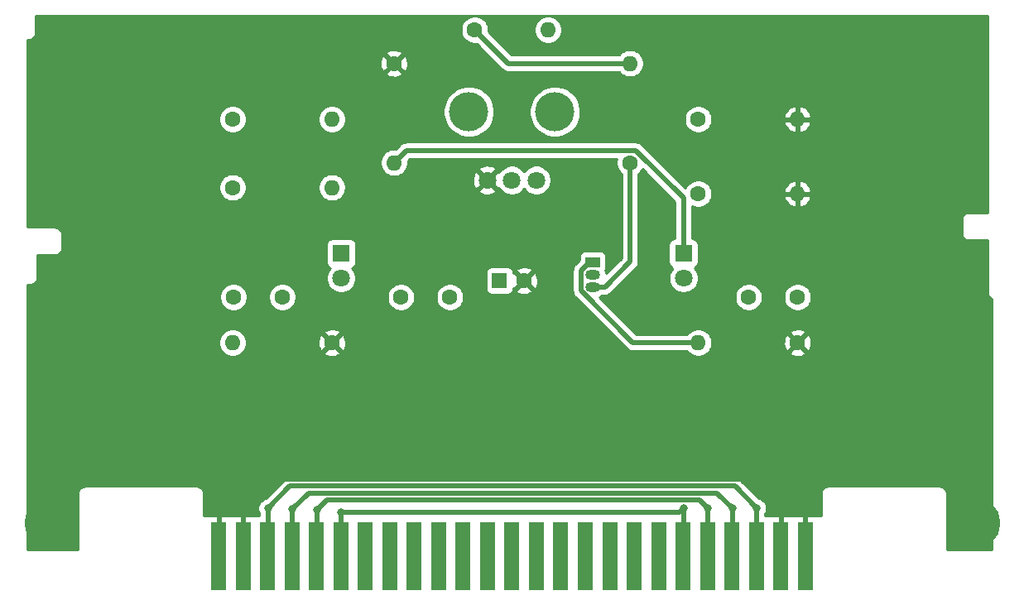
<source format=gbr>
G04 #@! TF.GenerationSoftware,KiCad,Pcbnew,(5.1.7)-1*
G04 #@! TF.CreationDate,2021-08-29T16:11:20-05:00*
G04 #@! TF.ProjectId,ConsolePedalWah,436f6e73-6f6c-4655-9065-64616c576168,rev?*
G04 #@! TF.SameCoordinates,Original*
G04 #@! TF.FileFunction,Copper,L2,Bot*
G04 #@! TF.FilePolarity,Positive*
%FSLAX46Y46*%
G04 Gerber Fmt 4.6, Leading zero omitted, Abs format (unit mm)*
G04 Created by KiCad (PCBNEW (5.1.7)-1) date 2021-08-29 16:11:20*
%MOMM*%
%LPD*%
G01*
G04 APERTURE LIST*
G04 #@! TA.AperFunction,ComponentPad*
%ADD10R,1.800000X1.800000*%
G04 #@! TD*
G04 #@! TA.AperFunction,ComponentPad*
%ADD11C,1.800000*%
G04 #@! TD*
G04 #@! TA.AperFunction,ConnectorPad*
%ADD12R,1.500000X7.000000*%
G04 #@! TD*
G04 #@! TA.AperFunction,ComponentPad*
%ADD13C,5.000000*%
G04 #@! TD*
G04 #@! TA.AperFunction,ComponentPad*
%ADD14C,1.600000*%
G04 #@! TD*
G04 #@! TA.AperFunction,ComponentPad*
%ADD15O,1.600000X1.600000*%
G04 #@! TD*
G04 #@! TA.AperFunction,ComponentPad*
%ADD16O,1.500000X1.050000*%
G04 #@! TD*
G04 #@! TA.AperFunction,ComponentPad*
%ADD17R,1.500000X1.050000*%
G04 #@! TD*
G04 #@! TA.AperFunction,WasherPad*
%ADD18C,4.000000*%
G04 #@! TD*
G04 #@! TA.AperFunction,ComponentPad*
%ADD19R,1.600000X1.600000*%
G04 #@! TD*
G04 #@! TA.AperFunction,ViaPad*
%ADD20C,0.800000*%
G04 #@! TD*
G04 #@! TA.AperFunction,Conductor*
%ADD21C,0.500000*%
G04 #@! TD*
G04 #@! TA.AperFunction,Conductor*
%ADD22C,0.254000*%
G04 #@! TD*
G04 #@! TA.AperFunction,Conductor*
%ADD23C,0.100000*%
G04 #@! TD*
G04 APERTURE END LIST*
D10*
G04 #@! TO.P,D1,1*
G04 #@! TO.N,Net-(D1-Pad1)*
X115250000Y-95000000D03*
D11*
G04 #@! TO.P,D1,2*
G04 #@! TO.N,/LEDPower*
X115250000Y-97540000D03*
G04 #@! TD*
G04 #@! TO.P,D2,2*
G04 #@! TO.N,/LEDPower*
X150250000Y-97540000D03*
D10*
G04 #@! TO.P,D2,1*
G04 #@! TO.N,Net-(D1-Pad1)*
X150250000Y-95000000D03*
G04 #@! TD*
D12*
G04 #@! TO.P,J1,26*
G04 #@! TO.N,GND*
X102715000Y-126000000D03*
G04 #@! TO.P,J1,27*
X105215000Y-126000000D03*
G04 #@! TO.P,J1,28*
G04 #@! TO.N,/Input*
X107715000Y-126000000D03*
G04 #@! TO.P,J1,29*
G04 #@! TO.N,/Output*
X110215000Y-126000000D03*
G04 #@! TO.P,J1,30*
G04 #@! TO.N,+9V*
X112715000Y-126000000D03*
G04 #@! TO.P,J1,31*
G04 #@! TO.N,/LEDPower*
X115215000Y-126000000D03*
G04 #@! TO.P,J1,32*
G04 #@! TO.N,N/C*
X117715000Y-126000000D03*
G04 #@! TO.P,J1,33*
X120215000Y-126000000D03*
G04 #@! TO.P,J1,34*
X122715000Y-126000000D03*
G04 #@! TO.P,J1,35*
X125215000Y-126000000D03*
G04 #@! TO.P,J1,36*
X127715000Y-126000000D03*
G04 #@! TO.P,J1,37*
X130215000Y-126000000D03*
G04 #@! TO.P,J1,38*
X132715000Y-126000000D03*
G04 #@! TO.P,J1,39*
X135215000Y-126000000D03*
G04 #@! TO.P,J1,40*
X137715000Y-126000000D03*
G04 #@! TO.P,J1,41*
X140215000Y-126000000D03*
G04 #@! TO.P,J1,42*
X142715000Y-126000000D03*
G04 #@! TO.P,J1,43*
X145215000Y-126000000D03*
G04 #@! TO.P,J1,44*
X147715000Y-126000000D03*
G04 #@! TO.P,J1,45*
G04 #@! TO.N,/LEDPower*
X150215000Y-126000000D03*
G04 #@! TO.P,J1,46*
G04 #@! TO.N,+9V*
X152715000Y-126000000D03*
G04 #@! TO.P,J1,47*
G04 #@! TO.N,/Output*
X155215000Y-126000000D03*
G04 #@! TO.P,J1,48*
G04 #@! TO.N,/Input*
X157715000Y-126000000D03*
G04 #@! TO.P,J1,49*
G04 #@! TO.N,GND*
X160215000Y-126000000D03*
G04 #@! TO.P,J1,50*
X162715000Y-126000000D03*
G04 #@! TD*
D13*
G04 #@! TO.P,H1,1*
G04 #@! TO.N,GND*
X85350000Y-122600000D03*
G04 #@! TD*
G04 #@! TO.P,H2,1*
G04 #@! TO.N,GND*
X180150000Y-122600000D03*
G04 #@! TD*
D14*
G04 #@! TO.P,R8,1*
G04 #@! TO.N,GND*
X120650000Y-75565000D03*
D15*
G04 #@! TO.P,R8,2*
G04 #@! TO.N,Net-(D1-Pad1)*
X120650000Y-85725000D03*
G04 #@! TD*
D14*
G04 #@! TO.P,C1,1*
G04 #@! TO.N,Net-(C1-Pad1)*
X109220000Y-99460000D03*
G04 #@! TO.P,C1,2*
G04 #@! TO.N,/Input*
X104220000Y-99460000D03*
G04 #@! TD*
G04 #@! TO.P,C2,1*
G04 #@! TO.N,Net-(C2-Pad1)*
X128905000Y-72136000D03*
D15*
G04 #@! TO.P,C2,2*
G04 #@! TO.N,Net-(C2-Pad2)*
X136405000Y-72136000D03*
G04 #@! TD*
D14*
G04 #@! TO.P,C4,2*
G04 #@! TO.N,Net-(C4-Pad2)*
X121365000Y-99460000D03*
G04 #@! TO.P,C4,1*
G04 #@! TO.N,Net-(C2-Pad2)*
X126365000Y-99460000D03*
G04 #@! TD*
G04 #@! TO.P,C5,1*
G04 #@! TO.N,/Output*
X161925000Y-99460000D03*
G04 #@! TO.P,C5,2*
G04 #@! TO.N,Net-(C4-Pad2)*
X156925000Y-99460000D03*
G04 #@! TD*
D16*
G04 #@! TO.P,Q1,2*
G04 #@! TO.N,Net-(C2-Pad1)*
X140970000Y-97155000D03*
G04 #@! TO.P,Q1,3*
G04 #@! TO.N,Net-(C4-Pad2)*
X140970000Y-98425000D03*
D17*
G04 #@! TO.P,Q1,1*
G04 #@! TO.N,Net-(C3-Pad1)*
X140970000Y-95885000D03*
G04 #@! TD*
D14*
G04 #@! TO.P,R1,1*
G04 #@! TO.N,GND*
X114300000Y-104140000D03*
D15*
G04 #@! TO.P,R1,2*
G04 #@! TO.N,/Input*
X104140000Y-104140000D03*
G04 #@! TD*
G04 #@! TO.P,R2,2*
G04 #@! TO.N,Net-(C4-Pad2)*
X114300000Y-81280000D03*
D14*
G04 #@! TO.P,R2,1*
G04 #@! TO.N,+9V*
X104140000Y-81280000D03*
G04 #@! TD*
D15*
G04 #@! TO.P,R3,2*
G04 #@! TO.N,Net-(C2-Pad1)*
X114300000Y-88265000D03*
D14*
G04 #@! TO.P,R3,1*
G04 #@! TO.N,Net-(C1-Pad1)*
X104140000Y-88265000D03*
G04 #@! TD*
G04 #@! TO.P,R4,1*
G04 #@! TO.N,Net-(C4-Pad2)*
X144780000Y-85725000D03*
D15*
G04 #@! TO.P,R4,2*
G04 #@! TO.N,Net-(C2-Pad1)*
X144780000Y-75565000D03*
G04 #@! TD*
D14*
G04 #@! TO.P,R5,1*
G04 #@! TO.N,Net-(C2-Pad1)*
X151765000Y-88900000D03*
D15*
G04 #@! TO.P,R5,2*
G04 #@! TO.N,GND*
X161925000Y-88900000D03*
G04 #@! TD*
D14*
G04 #@! TO.P,R6,1*
G04 #@! TO.N,GND*
X161925000Y-104140000D03*
D15*
G04 #@! TO.P,R6,2*
G04 #@! TO.N,Net-(C3-Pad1)*
X151765000Y-104140000D03*
G04 #@! TD*
G04 #@! TO.P,R7,2*
G04 #@! TO.N,GND*
X161925000Y-81280000D03*
D14*
G04 #@! TO.P,R7,1*
G04 #@! TO.N,/Output*
X151765000Y-81280000D03*
G04 #@! TD*
D11*
G04 #@! TO.P,RV1,3*
G04 #@! TO.N,GND*
X130215000Y-87500000D03*
G04 #@! TO.P,RV1,2*
G04 #@! TO.N,Net-(C2-Pad2)*
X132715000Y-87500000D03*
G04 #@! TO.P,RV1,1*
X135215000Y-87500000D03*
D18*
G04 #@! TO.P,RV1,*
G04 #@! TO.N,*
X128315000Y-80500000D03*
X137115000Y-80500000D03*
G04 #@! TD*
D19*
G04 #@! TO.P,C3,1*
G04 #@! TO.N,Net-(C3-Pad1)*
X131445000Y-97790000D03*
D14*
G04 #@! TO.P,C3,2*
G04 #@! TO.N,GND*
X133945000Y-97790000D03*
G04 #@! TD*
D20*
G04 #@! TO.N,GND*
X105250000Y-120979000D03*
X160250000Y-120988000D03*
X102750000Y-121038000D03*
X162750000Y-120967000D03*
G04 #@! TO.N,/LEDPower*
X115250000Y-121454000D03*
X150250000Y-121073000D03*
G04 #@! TO.N,/Input*
X107750000Y-121066000D03*
X157750000Y-121066000D03*
G04 #@! TO.N,/Output*
X110250000Y-121195000D03*
X155250000Y-121068000D03*
G04 #@! TO.N,+9V*
X112750000Y-121235000D03*
X152750000Y-121108000D03*
G04 #@! TD*
D21*
G04 #@! TO.N,GND*
X105250000Y-126000000D02*
X105250000Y-120979000D01*
X160250000Y-126000000D02*
X160250000Y-120988000D01*
X157384969Y-118122969D02*
X160250000Y-120988000D01*
X108106031Y-118122969D02*
X157384969Y-118122969D01*
X105250000Y-120979000D02*
X108106031Y-118122969D01*
X102750000Y-126000000D02*
X102750000Y-121038000D01*
X162750000Y-120967000D02*
X162750000Y-126000000D01*
X162729000Y-120988000D02*
X162750000Y-120967000D01*
X160250000Y-120988000D02*
X162729000Y-120988000D01*
X105191000Y-121038000D02*
X105250000Y-120979000D01*
X102750000Y-121038000D02*
X105191000Y-121038000D01*
G04 #@! TO.N,/LEDPower*
X115250000Y-126000000D02*
X115250000Y-121454000D01*
X150250000Y-121073000D02*
X150250000Y-126000000D01*
X149869000Y-121454000D02*
X150250000Y-121073000D01*
X115250000Y-121454000D02*
X149869000Y-121454000D01*
G04 #@! TO.N,/Input*
X107750000Y-121066000D02*
X107750000Y-126000000D01*
X157750000Y-121066000D02*
X157750000Y-126000000D01*
X155506979Y-118822979D02*
X157750000Y-121066000D01*
X109993021Y-118822979D02*
X155506979Y-118822979D01*
X107750000Y-121066000D02*
X109993021Y-118822979D01*
G04 #@! TO.N,/Output*
X110250000Y-121195000D02*
X110250000Y-126000000D01*
X155250000Y-121068000D02*
X155250000Y-126000000D01*
X153704989Y-119522989D02*
X155250000Y-121068000D01*
X111922011Y-119522989D02*
X153704989Y-119522989D01*
X110250000Y-121195000D02*
X111922011Y-119522989D01*
G04 #@! TO.N,+9V*
X112750000Y-121235000D02*
X112750000Y-126000000D01*
X152750000Y-121108000D02*
X152750000Y-126000000D01*
X151864999Y-120222999D02*
X152750000Y-121108000D01*
X113762001Y-120222999D02*
X151864999Y-120222999D01*
X112750000Y-121235000D02*
X113762001Y-120222999D01*
G04 #@! TO.N,Net-(D1-Pad1)*
X121900001Y-84474999D02*
X120650000Y-85725000D01*
X145380001Y-84474999D02*
X121900001Y-84474999D01*
X150250000Y-89344998D02*
X145380001Y-84474999D01*
X150250000Y-95000000D02*
X150250000Y-89344998D01*
G04 #@! TO.N,Net-(C2-Pad1)*
X132334000Y-75565000D02*
X144780000Y-75565000D01*
X128905000Y-72136000D02*
X132334000Y-75565000D01*
G04 #@! TO.N,Net-(C3-Pad1)*
X140636128Y-95885000D02*
X140970000Y-95885000D01*
X139769990Y-96751138D02*
X140636128Y-95885000D01*
X139769990Y-98828862D02*
X139769990Y-96751138D01*
X145081128Y-104140000D02*
X139769990Y-98828862D01*
X151765000Y-104140000D02*
X145081128Y-104140000D01*
G04 #@! TO.N,Net-(C4-Pad2)*
X144780000Y-95865000D02*
X144780000Y-85725000D01*
X142220000Y-98425000D02*
X144780000Y-95865000D01*
X140970000Y-98425000D02*
X142220000Y-98425000D01*
G04 #@! TD*
D22*
G04 #@! TO.N,GND*
X181323001Y-90823000D02*
X179433252Y-90823000D01*
X179400000Y-90819725D01*
X179366748Y-90823000D01*
X179267285Y-90832796D01*
X179139670Y-90871508D01*
X179022059Y-90934372D01*
X178918973Y-91018973D01*
X178834372Y-91122059D01*
X178771508Y-91239670D01*
X178732796Y-91367285D01*
X178719725Y-91500000D01*
X178723001Y-91533262D01*
X178723000Y-92966747D01*
X178719725Y-93000000D01*
X178732796Y-93132715D01*
X178771508Y-93260330D01*
X178834372Y-93377941D01*
X178918973Y-93481027D01*
X179022059Y-93565628D01*
X179139670Y-93628492D01*
X179267285Y-93667204D01*
X179400000Y-93680275D01*
X179433252Y-93677000D01*
X181323000Y-93677000D01*
X181323001Y-98966738D01*
X181319725Y-99000000D01*
X181332796Y-99132715D01*
X181371508Y-99260330D01*
X181434372Y-99377941D01*
X181518973Y-99481027D01*
X181622059Y-99565628D01*
X181739670Y-99628492D01*
X181823001Y-99653770D01*
X181823000Y-125323000D01*
X177177000Y-125323000D01*
X177177000Y-119533252D01*
X177180275Y-119500000D01*
X177167204Y-119367285D01*
X177128492Y-119239670D01*
X177065628Y-119122059D01*
X176981027Y-119018973D01*
X176877941Y-118934372D01*
X176760330Y-118871508D01*
X176632715Y-118832796D01*
X176533252Y-118823000D01*
X176500000Y-118819725D01*
X176466748Y-118823000D01*
X165033252Y-118823000D01*
X165000000Y-118819725D01*
X164966748Y-118823000D01*
X164867285Y-118832796D01*
X164739670Y-118871508D01*
X164622059Y-118934372D01*
X164518973Y-119018973D01*
X164434372Y-119122059D01*
X164371508Y-119239670D01*
X164332796Y-119367285D01*
X164319725Y-119500000D01*
X164323001Y-119533262D01*
X164323001Y-121793000D01*
X158627000Y-121793000D01*
X158627000Y-121602027D01*
X158660115Y-121552467D01*
X158737533Y-121365565D01*
X158777000Y-121167151D01*
X158777000Y-120964849D01*
X158737533Y-120766435D01*
X158660115Y-120579533D01*
X158547723Y-120411326D01*
X158404674Y-120268277D01*
X158236467Y-120155885D01*
X158049565Y-120078467D01*
X157991103Y-120066838D01*
X156157576Y-118233311D01*
X156130112Y-118199846D01*
X155996571Y-118090252D01*
X155844216Y-118008817D01*
X155678901Y-117958669D01*
X155550058Y-117945979D01*
X155506979Y-117941736D01*
X155463900Y-117945979D01*
X110036100Y-117945979D01*
X109993021Y-117941736D01*
X109821098Y-117958669D01*
X109655784Y-118008817D01*
X109503429Y-118090252D01*
X109369888Y-118199846D01*
X109342424Y-118233311D01*
X107508897Y-120066838D01*
X107450435Y-120078467D01*
X107263533Y-120155885D01*
X107095326Y-120268277D01*
X106952277Y-120411326D01*
X106839885Y-120579533D01*
X106762467Y-120766435D01*
X106723000Y-120964849D01*
X106723000Y-121167151D01*
X106762467Y-121365565D01*
X106839885Y-121552467D01*
X106873000Y-121602027D01*
X106873000Y-121793000D01*
X101177000Y-121793000D01*
X101177000Y-119533252D01*
X101180275Y-119500000D01*
X101167204Y-119367285D01*
X101128492Y-119239670D01*
X101065628Y-119122059D01*
X100981027Y-119018973D01*
X100877941Y-118934372D01*
X100760330Y-118871508D01*
X100632715Y-118832796D01*
X100533252Y-118823000D01*
X100500000Y-118819725D01*
X100466748Y-118823000D01*
X89033252Y-118823000D01*
X89000000Y-118819725D01*
X88966748Y-118823000D01*
X88867285Y-118832796D01*
X88739670Y-118871508D01*
X88622059Y-118934372D01*
X88518973Y-119018973D01*
X88434372Y-119122059D01*
X88371508Y-119239670D01*
X88332796Y-119367285D01*
X88319725Y-119500000D01*
X88323000Y-119533252D01*
X88323001Y-125323000D01*
X83177000Y-125323000D01*
X83177000Y-103999453D01*
X102713000Y-103999453D01*
X102713000Y-104280547D01*
X102767838Y-104556241D01*
X102875409Y-104815938D01*
X103031576Y-105049660D01*
X103230340Y-105248424D01*
X103464062Y-105404591D01*
X103723759Y-105512162D01*
X103999453Y-105567000D01*
X104280547Y-105567000D01*
X104556241Y-105512162D01*
X104815938Y-105404591D01*
X105049660Y-105248424D01*
X105165382Y-105132702D01*
X113486903Y-105132702D01*
X113558486Y-105376671D01*
X113813996Y-105497571D01*
X114088184Y-105566300D01*
X114370512Y-105580217D01*
X114650130Y-105538787D01*
X114916292Y-105443603D01*
X115041514Y-105376671D01*
X115113097Y-105132702D01*
X114300000Y-104319605D01*
X113486903Y-105132702D01*
X105165382Y-105132702D01*
X105248424Y-105049660D01*
X105404591Y-104815938D01*
X105512162Y-104556241D01*
X105567000Y-104280547D01*
X105567000Y-104210512D01*
X112859783Y-104210512D01*
X112901213Y-104490130D01*
X112996397Y-104756292D01*
X113063329Y-104881514D01*
X113307298Y-104953097D01*
X114120395Y-104140000D01*
X114479605Y-104140000D01*
X115292702Y-104953097D01*
X115536671Y-104881514D01*
X115657571Y-104626004D01*
X115726300Y-104351816D01*
X115740217Y-104069488D01*
X115698787Y-103789870D01*
X115603603Y-103523708D01*
X115536671Y-103398486D01*
X115292702Y-103326903D01*
X114479605Y-104140000D01*
X114120395Y-104140000D01*
X113307298Y-103326903D01*
X113063329Y-103398486D01*
X112942429Y-103653996D01*
X112873700Y-103928184D01*
X112859783Y-104210512D01*
X105567000Y-104210512D01*
X105567000Y-103999453D01*
X105512162Y-103723759D01*
X105404591Y-103464062D01*
X105248424Y-103230340D01*
X105165382Y-103147298D01*
X113486903Y-103147298D01*
X114300000Y-103960395D01*
X115113097Y-103147298D01*
X115041514Y-102903329D01*
X114786004Y-102782429D01*
X114511816Y-102713700D01*
X114229488Y-102699783D01*
X113949870Y-102741213D01*
X113683708Y-102836397D01*
X113558486Y-102903329D01*
X113486903Y-103147298D01*
X105165382Y-103147298D01*
X105049660Y-103031576D01*
X104815938Y-102875409D01*
X104556241Y-102767838D01*
X104280547Y-102713000D01*
X103999453Y-102713000D01*
X103723759Y-102767838D01*
X103464062Y-102875409D01*
X103230340Y-103031576D01*
X103031576Y-103230340D01*
X102875409Y-103464062D01*
X102767838Y-103723759D01*
X102713000Y-103999453D01*
X83177000Y-103999453D01*
X83177000Y-99319453D01*
X102793000Y-99319453D01*
X102793000Y-99600547D01*
X102847838Y-99876241D01*
X102955409Y-100135938D01*
X103111576Y-100369660D01*
X103310340Y-100568424D01*
X103544062Y-100724591D01*
X103803759Y-100832162D01*
X104079453Y-100887000D01*
X104360547Y-100887000D01*
X104636241Y-100832162D01*
X104895938Y-100724591D01*
X105129660Y-100568424D01*
X105328424Y-100369660D01*
X105484591Y-100135938D01*
X105592162Y-99876241D01*
X105647000Y-99600547D01*
X105647000Y-99319453D01*
X107793000Y-99319453D01*
X107793000Y-99600547D01*
X107847838Y-99876241D01*
X107955409Y-100135938D01*
X108111576Y-100369660D01*
X108310340Y-100568424D01*
X108544062Y-100724591D01*
X108803759Y-100832162D01*
X109079453Y-100887000D01*
X109360547Y-100887000D01*
X109636241Y-100832162D01*
X109895938Y-100724591D01*
X110129660Y-100568424D01*
X110328424Y-100369660D01*
X110484591Y-100135938D01*
X110592162Y-99876241D01*
X110647000Y-99600547D01*
X110647000Y-99319453D01*
X119938000Y-99319453D01*
X119938000Y-99600547D01*
X119992838Y-99876241D01*
X120100409Y-100135938D01*
X120256576Y-100369660D01*
X120455340Y-100568424D01*
X120689062Y-100724591D01*
X120948759Y-100832162D01*
X121224453Y-100887000D01*
X121505547Y-100887000D01*
X121781241Y-100832162D01*
X122040938Y-100724591D01*
X122274660Y-100568424D01*
X122473424Y-100369660D01*
X122629591Y-100135938D01*
X122737162Y-99876241D01*
X122792000Y-99600547D01*
X122792000Y-99319453D01*
X124938000Y-99319453D01*
X124938000Y-99600547D01*
X124992838Y-99876241D01*
X125100409Y-100135938D01*
X125256576Y-100369660D01*
X125455340Y-100568424D01*
X125689062Y-100724591D01*
X125948759Y-100832162D01*
X126224453Y-100887000D01*
X126505547Y-100887000D01*
X126781241Y-100832162D01*
X127040938Y-100724591D01*
X127274660Y-100568424D01*
X127473424Y-100369660D01*
X127629591Y-100135938D01*
X127737162Y-99876241D01*
X127792000Y-99600547D01*
X127792000Y-99319453D01*
X127737162Y-99043759D01*
X127629591Y-98784062D01*
X127473424Y-98550340D01*
X127274660Y-98351576D01*
X127040938Y-98195409D01*
X126781241Y-98087838D01*
X126505547Y-98033000D01*
X126224453Y-98033000D01*
X125948759Y-98087838D01*
X125689062Y-98195409D01*
X125455340Y-98351576D01*
X125256576Y-98550340D01*
X125100409Y-98784062D01*
X124992838Y-99043759D01*
X124938000Y-99319453D01*
X122792000Y-99319453D01*
X122737162Y-99043759D01*
X122629591Y-98784062D01*
X122473424Y-98550340D01*
X122274660Y-98351576D01*
X122040938Y-98195409D01*
X121781241Y-98087838D01*
X121505547Y-98033000D01*
X121224453Y-98033000D01*
X120948759Y-98087838D01*
X120689062Y-98195409D01*
X120455340Y-98351576D01*
X120256576Y-98550340D01*
X120100409Y-98784062D01*
X119992838Y-99043759D01*
X119938000Y-99319453D01*
X110647000Y-99319453D01*
X110592162Y-99043759D01*
X110484591Y-98784062D01*
X110328424Y-98550340D01*
X110129660Y-98351576D01*
X109895938Y-98195409D01*
X109636241Y-98087838D01*
X109360547Y-98033000D01*
X109079453Y-98033000D01*
X108803759Y-98087838D01*
X108544062Y-98195409D01*
X108310340Y-98351576D01*
X108111576Y-98550340D01*
X107955409Y-98784062D01*
X107847838Y-99043759D01*
X107793000Y-99319453D01*
X105647000Y-99319453D01*
X105592162Y-99043759D01*
X105484591Y-98784062D01*
X105328424Y-98550340D01*
X105129660Y-98351576D01*
X104895938Y-98195409D01*
X104636241Y-98087838D01*
X104360547Y-98033000D01*
X104079453Y-98033000D01*
X103803759Y-98087838D01*
X103544062Y-98195409D01*
X103310340Y-98351576D01*
X103111576Y-98550340D01*
X102955409Y-98784062D01*
X102847838Y-99043759D01*
X102793000Y-99319453D01*
X83177000Y-99319453D01*
X83177000Y-98177000D01*
X83466748Y-98177000D01*
X83500000Y-98180275D01*
X83533252Y-98177000D01*
X83632715Y-98167204D01*
X83760330Y-98128492D01*
X83877941Y-98065628D01*
X83981027Y-97981027D01*
X84065628Y-97877941D01*
X84128492Y-97760330D01*
X84167204Y-97632715D01*
X84180275Y-97500000D01*
X84177000Y-97466748D01*
X84177000Y-95177000D01*
X85966748Y-95177000D01*
X86000000Y-95180275D01*
X86033252Y-95177000D01*
X86132715Y-95167204D01*
X86260330Y-95128492D01*
X86377941Y-95065628D01*
X86481027Y-94981027D01*
X86565628Y-94877941D01*
X86628492Y-94760330D01*
X86667204Y-94632715D01*
X86680275Y-94500000D01*
X86677000Y-94466748D01*
X86677000Y-94100000D01*
X113719967Y-94100000D01*
X113719967Y-95900000D01*
X113732073Y-96022913D01*
X113767925Y-96141103D01*
X113826147Y-96250028D01*
X113904499Y-96345501D01*
X113999972Y-96423853D01*
X114108897Y-96482075D01*
X114139221Y-96491274D01*
X114063901Y-96566594D01*
X113896790Y-96816694D01*
X113781681Y-97094590D01*
X113723000Y-97389604D01*
X113723000Y-97690396D01*
X113781681Y-97985410D01*
X113896790Y-98263306D01*
X114063901Y-98513406D01*
X114276594Y-98726099D01*
X114526694Y-98893210D01*
X114804590Y-99008319D01*
X115099604Y-99067000D01*
X115400396Y-99067000D01*
X115695410Y-99008319D01*
X115973306Y-98893210D01*
X116223406Y-98726099D01*
X116436099Y-98513406D01*
X116603210Y-98263306D01*
X116718319Y-97985410D01*
X116777000Y-97690396D01*
X116777000Y-97389604D01*
X116718319Y-97094590D01*
X116674997Y-96990000D01*
X130014967Y-96990000D01*
X130014967Y-98590000D01*
X130027073Y-98712913D01*
X130062925Y-98831103D01*
X130121147Y-98940028D01*
X130199499Y-99035501D01*
X130294972Y-99113853D01*
X130403897Y-99172075D01*
X130522087Y-99207927D01*
X130645000Y-99220033D01*
X132245000Y-99220033D01*
X132367913Y-99207927D01*
X132486103Y-99172075D01*
X132595028Y-99113853D01*
X132690501Y-99035501D01*
X132768853Y-98940028D01*
X132827075Y-98831103D01*
X132841757Y-98782702D01*
X133131903Y-98782702D01*
X133203486Y-99026671D01*
X133458996Y-99147571D01*
X133733184Y-99216300D01*
X134015512Y-99230217D01*
X134295130Y-99188787D01*
X134561292Y-99093603D01*
X134686514Y-99026671D01*
X134758097Y-98782702D01*
X133945000Y-97969605D01*
X133131903Y-98782702D01*
X132841757Y-98782702D01*
X132862927Y-98712913D01*
X132875033Y-98590000D01*
X132875033Y-98580427D01*
X132952298Y-98603097D01*
X133765395Y-97790000D01*
X134124605Y-97790000D01*
X134937702Y-98603097D01*
X135181671Y-98531514D01*
X135302571Y-98276004D01*
X135371300Y-98001816D01*
X135385217Y-97719488D01*
X135343787Y-97439870D01*
X135248603Y-97173708D01*
X135181671Y-97048486D01*
X134937702Y-96976903D01*
X134124605Y-97790000D01*
X133765395Y-97790000D01*
X132952298Y-96976903D01*
X132875033Y-96999573D01*
X132875033Y-96990000D01*
X132862927Y-96867087D01*
X132841758Y-96797298D01*
X133131903Y-96797298D01*
X133945000Y-97610395D01*
X134758097Y-96797298D01*
X134686514Y-96553329D01*
X134431004Y-96432429D01*
X134156816Y-96363700D01*
X133874488Y-96349783D01*
X133594870Y-96391213D01*
X133328708Y-96486397D01*
X133203486Y-96553329D01*
X133131903Y-96797298D01*
X132841758Y-96797298D01*
X132827075Y-96748897D01*
X132768853Y-96639972D01*
X132690501Y-96544499D01*
X132595028Y-96466147D01*
X132486103Y-96407925D01*
X132367913Y-96372073D01*
X132245000Y-96359967D01*
X130645000Y-96359967D01*
X130522087Y-96372073D01*
X130403897Y-96407925D01*
X130294972Y-96466147D01*
X130199499Y-96544499D01*
X130121147Y-96639972D01*
X130062925Y-96748897D01*
X130027073Y-96867087D01*
X130014967Y-96990000D01*
X116674997Y-96990000D01*
X116603210Y-96816694D01*
X116436099Y-96566594D01*
X116360779Y-96491274D01*
X116391103Y-96482075D01*
X116500028Y-96423853D01*
X116595501Y-96345501D01*
X116673853Y-96250028D01*
X116732075Y-96141103D01*
X116767927Y-96022913D01*
X116780033Y-95900000D01*
X116780033Y-94100000D01*
X116767927Y-93977087D01*
X116732075Y-93858897D01*
X116673853Y-93749972D01*
X116595501Y-93654499D01*
X116500028Y-93576147D01*
X116391103Y-93517925D01*
X116272913Y-93482073D01*
X116150000Y-93469967D01*
X114350000Y-93469967D01*
X114227087Y-93482073D01*
X114108897Y-93517925D01*
X113999972Y-93576147D01*
X113904499Y-93654499D01*
X113826147Y-93749972D01*
X113767925Y-93858897D01*
X113732073Y-93977087D01*
X113719967Y-94100000D01*
X86677000Y-94100000D01*
X86677000Y-93033251D01*
X86680275Y-93000000D01*
X86667204Y-92867285D01*
X86628492Y-92739670D01*
X86565628Y-92622059D01*
X86481027Y-92518973D01*
X86377941Y-92434372D01*
X86260330Y-92371508D01*
X86132715Y-92332796D01*
X86033252Y-92323000D01*
X86000000Y-92319725D01*
X85966748Y-92323000D01*
X83177000Y-92323000D01*
X83177000Y-88124453D01*
X102713000Y-88124453D01*
X102713000Y-88405547D01*
X102767838Y-88681241D01*
X102875409Y-88940938D01*
X103031576Y-89174660D01*
X103230340Y-89373424D01*
X103464062Y-89529591D01*
X103723759Y-89637162D01*
X103999453Y-89692000D01*
X104280547Y-89692000D01*
X104556241Y-89637162D01*
X104815938Y-89529591D01*
X105049660Y-89373424D01*
X105248424Y-89174660D01*
X105404591Y-88940938D01*
X105512162Y-88681241D01*
X105567000Y-88405547D01*
X105567000Y-88124453D01*
X112873000Y-88124453D01*
X112873000Y-88405547D01*
X112927838Y-88681241D01*
X113035409Y-88940938D01*
X113191576Y-89174660D01*
X113390340Y-89373424D01*
X113624062Y-89529591D01*
X113883759Y-89637162D01*
X114159453Y-89692000D01*
X114440547Y-89692000D01*
X114716241Y-89637162D01*
X114975938Y-89529591D01*
X115209660Y-89373424D01*
X115408424Y-89174660D01*
X115564591Y-88940938D01*
X115672162Y-88681241D01*
X115695466Y-88564080D01*
X129330525Y-88564080D01*
X129414208Y-88818261D01*
X129686775Y-88949158D01*
X129979642Y-89024365D01*
X130281553Y-89040991D01*
X130580907Y-88998397D01*
X130866199Y-88898222D01*
X131015792Y-88818261D01*
X131099475Y-88564080D01*
X130215000Y-87679605D01*
X129330525Y-88564080D01*
X115695466Y-88564080D01*
X115727000Y-88405547D01*
X115727000Y-88124453D01*
X115672162Y-87848759D01*
X115564591Y-87589062D01*
X115549552Y-87566553D01*
X128674009Y-87566553D01*
X128716603Y-87865907D01*
X128816778Y-88151199D01*
X128896739Y-88300792D01*
X129150920Y-88384475D01*
X130035395Y-87500000D01*
X130394605Y-87500000D01*
X131279080Y-88384475D01*
X131435147Y-88333094D01*
X131528901Y-88473406D01*
X131741594Y-88686099D01*
X131991694Y-88853210D01*
X132269590Y-88968319D01*
X132564604Y-89027000D01*
X132865396Y-89027000D01*
X133160410Y-88968319D01*
X133438306Y-88853210D01*
X133688406Y-88686099D01*
X133901099Y-88473406D01*
X133965000Y-88377771D01*
X134028901Y-88473406D01*
X134241594Y-88686099D01*
X134491694Y-88853210D01*
X134769590Y-88968319D01*
X135064604Y-89027000D01*
X135365396Y-89027000D01*
X135660410Y-88968319D01*
X135938306Y-88853210D01*
X136188406Y-88686099D01*
X136401099Y-88473406D01*
X136568210Y-88223306D01*
X136683319Y-87945410D01*
X136742000Y-87650396D01*
X136742000Y-87349604D01*
X136683319Y-87054590D01*
X136568210Y-86776694D01*
X136401099Y-86526594D01*
X136188406Y-86313901D01*
X135938306Y-86146790D01*
X135660410Y-86031681D01*
X135365396Y-85973000D01*
X135064604Y-85973000D01*
X134769590Y-86031681D01*
X134491694Y-86146790D01*
X134241594Y-86313901D01*
X134028901Y-86526594D01*
X133965000Y-86622229D01*
X133901099Y-86526594D01*
X133688406Y-86313901D01*
X133438306Y-86146790D01*
X133160410Y-86031681D01*
X132865396Y-85973000D01*
X132564604Y-85973000D01*
X132269590Y-86031681D01*
X131991694Y-86146790D01*
X131741594Y-86313901D01*
X131528901Y-86526594D01*
X131435147Y-86666906D01*
X131279080Y-86615525D01*
X130394605Y-87500000D01*
X130035395Y-87500000D01*
X129150920Y-86615525D01*
X128896739Y-86699208D01*
X128765842Y-86971775D01*
X128690635Y-87264642D01*
X128674009Y-87566553D01*
X115549552Y-87566553D01*
X115408424Y-87355340D01*
X115209660Y-87156576D01*
X114975938Y-87000409D01*
X114716241Y-86892838D01*
X114440547Y-86838000D01*
X114159453Y-86838000D01*
X113883759Y-86892838D01*
X113624062Y-87000409D01*
X113390340Y-87156576D01*
X113191576Y-87355340D01*
X113035409Y-87589062D01*
X112927838Y-87848759D01*
X112873000Y-88124453D01*
X105567000Y-88124453D01*
X105512162Y-87848759D01*
X105404591Y-87589062D01*
X105248424Y-87355340D01*
X105049660Y-87156576D01*
X104815938Y-87000409D01*
X104556241Y-86892838D01*
X104280547Y-86838000D01*
X103999453Y-86838000D01*
X103723759Y-86892838D01*
X103464062Y-87000409D01*
X103230340Y-87156576D01*
X103031576Y-87355340D01*
X102875409Y-87589062D01*
X102767838Y-87848759D01*
X102713000Y-88124453D01*
X83177000Y-88124453D01*
X83177000Y-85584453D01*
X119223000Y-85584453D01*
X119223000Y-85865547D01*
X119277838Y-86141241D01*
X119385409Y-86400938D01*
X119541576Y-86634660D01*
X119740340Y-86833424D01*
X119974062Y-86989591D01*
X120233759Y-87097162D01*
X120509453Y-87152000D01*
X120790547Y-87152000D01*
X121066241Y-87097162D01*
X121325938Y-86989591D01*
X121559660Y-86833424D01*
X121758424Y-86634660D01*
X121891216Y-86435920D01*
X129330525Y-86435920D01*
X130215000Y-87320395D01*
X131099475Y-86435920D01*
X131015792Y-86181739D01*
X130743225Y-86050842D01*
X130450358Y-85975635D01*
X130148447Y-85959009D01*
X129849093Y-86001603D01*
X129563801Y-86101778D01*
X129414208Y-86181739D01*
X129330525Y-86435920D01*
X121891216Y-86435920D01*
X121914591Y-86400938D01*
X122022162Y-86141241D01*
X122077000Y-85865547D01*
X122077000Y-85584453D01*
X122069337Y-85545928D01*
X122263266Y-85351999D01*
X143399237Y-85351999D01*
X143353000Y-85584453D01*
X143353000Y-85865547D01*
X143407838Y-86141241D01*
X143515409Y-86400938D01*
X143671576Y-86634660D01*
X143870340Y-86833424D01*
X143903001Y-86855247D01*
X143903000Y-95501735D01*
X142343354Y-97061381D01*
X142330332Y-96929169D01*
X142266290Y-96718052D01*
X142302075Y-96651103D01*
X142337927Y-96532913D01*
X142350033Y-96410000D01*
X142350033Y-95360000D01*
X142337927Y-95237087D01*
X142302075Y-95118897D01*
X142243853Y-95009972D01*
X142165501Y-94914499D01*
X142070028Y-94836147D01*
X141961103Y-94777925D01*
X141842913Y-94742073D01*
X141720000Y-94729967D01*
X140220000Y-94729967D01*
X140097087Y-94742073D01*
X139978897Y-94777925D01*
X139869972Y-94836147D01*
X139774499Y-94914499D01*
X139696147Y-95009972D01*
X139637925Y-95118897D01*
X139602073Y-95237087D01*
X139589967Y-95360000D01*
X139589967Y-95690895D01*
X139180317Y-96100546D01*
X139146858Y-96128005D01*
X139119399Y-96161464D01*
X139119396Y-96161467D01*
X139037264Y-96261546D01*
X138955828Y-96413902D01*
X138905680Y-96579216D01*
X138888747Y-96751138D01*
X138892991Y-96794227D01*
X138892990Y-98785782D01*
X138888747Y-98828862D01*
X138905680Y-99000784D01*
X138945701Y-99132715D01*
X138955828Y-99166098D01*
X139037263Y-99318453D01*
X139146857Y-99451995D01*
X139180322Y-99479459D01*
X144430531Y-104729668D01*
X144457995Y-104763133D01*
X144591536Y-104872727D01*
X144743891Y-104954162D01*
X144909206Y-105004310D01*
X145038049Y-105017000D01*
X145038058Y-105017000D01*
X145081127Y-105021242D01*
X145124197Y-105017000D01*
X150634753Y-105017000D01*
X150656576Y-105049660D01*
X150855340Y-105248424D01*
X151089062Y-105404591D01*
X151348759Y-105512162D01*
X151624453Y-105567000D01*
X151905547Y-105567000D01*
X152181241Y-105512162D01*
X152440938Y-105404591D01*
X152674660Y-105248424D01*
X152790382Y-105132702D01*
X161111903Y-105132702D01*
X161183486Y-105376671D01*
X161438996Y-105497571D01*
X161713184Y-105566300D01*
X161995512Y-105580217D01*
X162275130Y-105538787D01*
X162541292Y-105443603D01*
X162666514Y-105376671D01*
X162738097Y-105132702D01*
X161925000Y-104319605D01*
X161111903Y-105132702D01*
X152790382Y-105132702D01*
X152873424Y-105049660D01*
X153029591Y-104815938D01*
X153137162Y-104556241D01*
X153192000Y-104280547D01*
X153192000Y-104210512D01*
X160484783Y-104210512D01*
X160526213Y-104490130D01*
X160621397Y-104756292D01*
X160688329Y-104881514D01*
X160932298Y-104953097D01*
X161745395Y-104140000D01*
X162104605Y-104140000D01*
X162917702Y-104953097D01*
X163161671Y-104881514D01*
X163282571Y-104626004D01*
X163351300Y-104351816D01*
X163365217Y-104069488D01*
X163323787Y-103789870D01*
X163228603Y-103523708D01*
X163161671Y-103398486D01*
X162917702Y-103326903D01*
X162104605Y-104140000D01*
X161745395Y-104140000D01*
X160932298Y-103326903D01*
X160688329Y-103398486D01*
X160567429Y-103653996D01*
X160498700Y-103928184D01*
X160484783Y-104210512D01*
X153192000Y-104210512D01*
X153192000Y-103999453D01*
X153137162Y-103723759D01*
X153029591Y-103464062D01*
X152873424Y-103230340D01*
X152790382Y-103147298D01*
X161111903Y-103147298D01*
X161925000Y-103960395D01*
X162738097Y-103147298D01*
X162666514Y-102903329D01*
X162411004Y-102782429D01*
X162136816Y-102713700D01*
X161854488Y-102699783D01*
X161574870Y-102741213D01*
X161308708Y-102836397D01*
X161183486Y-102903329D01*
X161111903Y-103147298D01*
X152790382Y-103147298D01*
X152674660Y-103031576D01*
X152440938Y-102875409D01*
X152181241Y-102767838D01*
X151905547Y-102713000D01*
X151624453Y-102713000D01*
X151348759Y-102767838D01*
X151089062Y-102875409D01*
X150855340Y-103031576D01*
X150656576Y-103230340D01*
X150634753Y-103263000D01*
X145444393Y-103263000D01*
X141662662Y-99481269D01*
X141838114Y-99387488D01*
X141921013Y-99319453D01*
X155498000Y-99319453D01*
X155498000Y-99600547D01*
X155552838Y-99876241D01*
X155660409Y-100135938D01*
X155816576Y-100369660D01*
X156015340Y-100568424D01*
X156249062Y-100724591D01*
X156508759Y-100832162D01*
X156784453Y-100887000D01*
X157065547Y-100887000D01*
X157341241Y-100832162D01*
X157600938Y-100724591D01*
X157834660Y-100568424D01*
X158033424Y-100369660D01*
X158189591Y-100135938D01*
X158297162Y-99876241D01*
X158352000Y-99600547D01*
X158352000Y-99319453D01*
X160498000Y-99319453D01*
X160498000Y-99600547D01*
X160552838Y-99876241D01*
X160660409Y-100135938D01*
X160816576Y-100369660D01*
X161015340Y-100568424D01*
X161249062Y-100724591D01*
X161508759Y-100832162D01*
X161784453Y-100887000D01*
X162065547Y-100887000D01*
X162341241Y-100832162D01*
X162600938Y-100724591D01*
X162834660Y-100568424D01*
X163033424Y-100369660D01*
X163189591Y-100135938D01*
X163297162Y-99876241D01*
X163352000Y-99600547D01*
X163352000Y-99319453D01*
X163297162Y-99043759D01*
X163189591Y-98784062D01*
X163033424Y-98550340D01*
X162834660Y-98351576D01*
X162600938Y-98195409D01*
X162341241Y-98087838D01*
X162065547Y-98033000D01*
X161784453Y-98033000D01*
X161508759Y-98087838D01*
X161249062Y-98195409D01*
X161015340Y-98351576D01*
X160816576Y-98550340D01*
X160660409Y-98784062D01*
X160552838Y-99043759D01*
X160498000Y-99319453D01*
X158352000Y-99319453D01*
X158297162Y-99043759D01*
X158189591Y-98784062D01*
X158033424Y-98550340D01*
X157834660Y-98351576D01*
X157600938Y-98195409D01*
X157341241Y-98087838D01*
X157065547Y-98033000D01*
X156784453Y-98033000D01*
X156508759Y-98087838D01*
X156249062Y-98195409D01*
X156015340Y-98351576D01*
X155816576Y-98550340D01*
X155660409Y-98784062D01*
X155552838Y-99043759D01*
X155498000Y-99319453D01*
X141921013Y-99319453D01*
X141942280Y-99302000D01*
X142176921Y-99302000D01*
X142220000Y-99306243D01*
X142263079Y-99302000D01*
X142391922Y-99289310D01*
X142557237Y-99239162D01*
X142709592Y-99157727D01*
X142843133Y-99048133D01*
X142870597Y-99014668D01*
X145369669Y-96515596D01*
X145403133Y-96488133D01*
X145512727Y-96354592D01*
X145594162Y-96202237D01*
X145644310Y-96036922D01*
X145657000Y-95908079D01*
X145657000Y-95908078D01*
X145661243Y-95865000D01*
X145657000Y-95821921D01*
X145657000Y-86855247D01*
X145689660Y-86833424D01*
X145888424Y-86634660D01*
X146044591Y-86400938D01*
X146050766Y-86386029D01*
X149373001Y-89708264D01*
X149373000Y-93469967D01*
X149350000Y-93469967D01*
X149227087Y-93482073D01*
X149108897Y-93517925D01*
X148999972Y-93576147D01*
X148904499Y-93654499D01*
X148826147Y-93749972D01*
X148767925Y-93858897D01*
X148732073Y-93977087D01*
X148719967Y-94100000D01*
X148719967Y-95900000D01*
X148732073Y-96022913D01*
X148767925Y-96141103D01*
X148826147Y-96250028D01*
X148904499Y-96345501D01*
X148999972Y-96423853D01*
X149108897Y-96482075D01*
X149139221Y-96491274D01*
X149063901Y-96566594D01*
X148896790Y-96816694D01*
X148781681Y-97094590D01*
X148723000Y-97389604D01*
X148723000Y-97690396D01*
X148781681Y-97985410D01*
X148896790Y-98263306D01*
X149063901Y-98513406D01*
X149276594Y-98726099D01*
X149526694Y-98893210D01*
X149804590Y-99008319D01*
X150099604Y-99067000D01*
X150400396Y-99067000D01*
X150695410Y-99008319D01*
X150973306Y-98893210D01*
X151223406Y-98726099D01*
X151436099Y-98513406D01*
X151603210Y-98263306D01*
X151718319Y-97985410D01*
X151777000Y-97690396D01*
X151777000Y-97389604D01*
X151718319Y-97094590D01*
X151603210Y-96816694D01*
X151436099Y-96566594D01*
X151360779Y-96491274D01*
X151391103Y-96482075D01*
X151500028Y-96423853D01*
X151595501Y-96345501D01*
X151673853Y-96250028D01*
X151732075Y-96141103D01*
X151767927Y-96022913D01*
X151780033Y-95900000D01*
X151780033Y-94100000D01*
X151767927Y-93977087D01*
X151732075Y-93858897D01*
X151673853Y-93749972D01*
X151595501Y-93654499D01*
X151500028Y-93576147D01*
X151391103Y-93517925D01*
X151272913Y-93482073D01*
X151150000Y-93469967D01*
X151127000Y-93469967D01*
X151127000Y-90180306D01*
X151348759Y-90272162D01*
X151624453Y-90327000D01*
X151905547Y-90327000D01*
X152181241Y-90272162D01*
X152440938Y-90164591D01*
X152674660Y-90008424D01*
X152873424Y-89809660D01*
X153029591Y-89575938D01*
X153137162Y-89316241D01*
X153150529Y-89249039D01*
X160533096Y-89249039D01*
X160573754Y-89383087D01*
X160693963Y-89637420D01*
X160861481Y-89863414D01*
X161069869Y-90052385D01*
X161311119Y-90197070D01*
X161575960Y-90291909D01*
X161798000Y-90170624D01*
X161798000Y-89027000D01*
X162052000Y-89027000D01*
X162052000Y-90170624D01*
X162274040Y-90291909D01*
X162538881Y-90197070D01*
X162780131Y-90052385D01*
X162988519Y-89863414D01*
X163156037Y-89637420D01*
X163276246Y-89383087D01*
X163316904Y-89249039D01*
X163194915Y-89027000D01*
X162052000Y-89027000D01*
X161798000Y-89027000D01*
X160655085Y-89027000D01*
X160533096Y-89249039D01*
X153150529Y-89249039D01*
X153192000Y-89040547D01*
X153192000Y-88759453D01*
X153150530Y-88550961D01*
X160533096Y-88550961D01*
X160655085Y-88773000D01*
X161798000Y-88773000D01*
X161798000Y-87629376D01*
X162052000Y-87629376D01*
X162052000Y-88773000D01*
X163194915Y-88773000D01*
X163316904Y-88550961D01*
X163276246Y-88416913D01*
X163156037Y-88162580D01*
X162988519Y-87936586D01*
X162780131Y-87747615D01*
X162538881Y-87602930D01*
X162274040Y-87508091D01*
X162052000Y-87629376D01*
X161798000Y-87629376D01*
X161575960Y-87508091D01*
X161311119Y-87602930D01*
X161069869Y-87747615D01*
X160861481Y-87936586D01*
X160693963Y-88162580D01*
X160573754Y-88416913D01*
X160533096Y-88550961D01*
X153150530Y-88550961D01*
X153137162Y-88483759D01*
X153029591Y-88224062D01*
X152873424Y-87990340D01*
X152674660Y-87791576D01*
X152440938Y-87635409D01*
X152181241Y-87527838D01*
X151905547Y-87473000D01*
X151624453Y-87473000D01*
X151348759Y-87527838D01*
X151089062Y-87635409D01*
X150855340Y-87791576D01*
X150656576Y-87990340D01*
X150500409Y-88224062D01*
X150462016Y-88316749D01*
X146030598Y-83885331D01*
X146003134Y-83851866D01*
X145869593Y-83742272D01*
X145717238Y-83660837D01*
X145551923Y-83610689D01*
X145423080Y-83597999D01*
X145380001Y-83593756D01*
X145336922Y-83597999D01*
X121943070Y-83597999D01*
X121900000Y-83593757D01*
X121856931Y-83597999D01*
X121856922Y-83597999D01*
X121728079Y-83610689D01*
X121562764Y-83660837D01*
X121410409Y-83742272D01*
X121276868Y-83851866D01*
X121249404Y-83885331D01*
X120829072Y-84305663D01*
X120790547Y-84298000D01*
X120509453Y-84298000D01*
X120233759Y-84352838D01*
X119974062Y-84460409D01*
X119740340Y-84616576D01*
X119541576Y-84815340D01*
X119385409Y-85049062D01*
X119277838Y-85308759D01*
X119223000Y-85584453D01*
X83177000Y-85584453D01*
X83177000Y-81139453D01*
X102713000Y-81139453D01*
X102713000Y-81420547D01*
X102767838Y-81696241D01*
X102875409Y-81955938D01*
X103031576Y-82189660D01*
X103230340Y-82388424D01*
X103464062Y-82544591D01*
X103723759Y-82652162D01*
X103999453Y-82707000D01*
X104280547Y-82707000D01*
X104556241Y-82652162D01*
X104815938Y-82544591D01*
X105049660Y-82388424D01*
X105248424Y-82189660D01*
X105404591Y-81955938D01*
X105512162Y-81696241D01*
X105567000Y-81420547D01*
X105567000Y-81139453D01*
X112873000Y-81139453D01*
X112873000Y-81420547D01*
X112927838Y-81696241D01*
X113035409Y-81955938D01*
X113191576Y-82189660D01*
X113390340Y-82388424D01*
X113624062Y-82544591D01*
X113883759Y-82652162D01*
X114159453Y-82707000D01*
X114440547Y-82707000D01*
X114716241Y-82652162D01*
X114975938Y-82544591D01*
X115209660Y-82388424D01*
X115408424Y-82189660D01*
X115564591Y-81955938D01*
X115672162Y-81696241D01*
X115727000Y-81420547D01*
X115727000Y-81139453D01*
X115672162Y-80863759D01*
X115564591Y-80604062D01*
X115408424Y-80370340D01*
X115279347Y-80241263D01*
X125688000Y-80241263D01*
X125688000Y-80758737D01*
X125788954Y-81266268D01*
X125986983Y-81744351D01*
X126274476Y-82174615D01*
X126640385Y-82540524D01*
X127070649Y-82828017D01*
X127548732Y-83026046D01*
X128056263Y-83127000D01*
X128573737Y-83127000D01*
X129081268Y-83026046D01*
X129559351Y-82828017D01*
X129989615Y-82540524D01*
X130355524Y-82174615D01*
X130643017Y-81744351D01*
X130841046Y-81266268D01*
X130942000Y-80758737D01*
X130942000Y-80241263D01*
X134488000Y-80241263D01*
X134488000Y-80758737D01*
X134588954Y-81266268D01*
X134786983Y-81744351D01*
X135074476Y-82174615D01*
X135440385Y-82540524D01*
X135870649Y-82828017D01*
X136348732Y-83026046D01*
X136856263Y-83127000D01*
X137373737Y-83127000D01*
X137881268Y-83026046D01*
X138359351Y-82828017D01*
X138789615Y-82540524D01*
X139155524Y-82174615D01*
X139443017Y-81744351D01*
X139641046Y-81266268D01*
X139666271Y-81139453D01*
X150338000Y-81139453D01*
X150338000Y-81420547D01*
X150392838Y-81696241D01*
X150500409Y-81955938D01*
X150656576Y-82189660D01*
X150855340Y-82388424D01*
X151089062Y-82544591D01*
X151348759Y-82652162D01*
X151624453Y-82707000D01*
X151905547Y-82707000D01*
X152181241Y-82652162D01*
X152440938Y-82544591D01*
X152674660Y-82388424D01*
X152873424Y-82189660D01*
X153029591Y-81955938D01*
X153137162Y-81696241D01*
X153150529Y-81629039D01*
X160533096Y-81629039D01*
X160573754Y-81763087D01*
X160693963Y-82017420D01*
X160861481Y-82243414D01*
X161069869Y-82432385D01*
X161311119Y-82577070D01*
X161575960Y-82671909D01*
X161798000Y-82550624D01*
X161798000Y-81407000D01*
X162052000Y-81407000D01*
X162052000Y-82550624D01*
X162274040Y-82671909D01*
X162538881Y-82577070D01*
X162780131Y-82432385D01*
X162988519Y-82243414D01*
X163156037Y-82017420D01*
X163276246Y-81763087D01*
X163316904Y-81629039D01*
X163194915Y-81407000D01*
X162052000Y-81407000D01*
X161798000Y-81407000D01*
X160655085Y-81407000D01*
X160533096Y-81629039D01*
X153150529Y-81629039D01*
X153192000Y-81420547D01*
X153192000Y-81139453D01*
X153150530Y-80930961D01*
X160533096Y-80930961D01*
X160655085Y-81153000D01*
X161798000Y-81153000D01*
X161798000Y-80009376D01*
X162052000Y-80009376D01*
X162052000Y-81153000D01*
X163194915Y-81153000D01*
X163316904Y-80930961D01*
X163276246Y-80796913D01*
X163156037Y-80542580D01*
X162988519Y-80316586D01*
X162780131Y-80127615D01*
X162538881Y-79982930D01*
X162274040Y-79888091D01*
X162052000Y-80009376D01*
X161798000Y-80009376D01*
X161575960Y-79888091D01*
X161311119Y-79982930D01*
X161069869Y-80127615D01*
X160861481Y-80316586D01*
X160693963Y-80542580D01*
X160573754Y-80796913D01*
X160533096Y-80930961D01*
X153150530Y-80930961D01*
X153137162Y-80863759D01*
X153029591Y-80604062D01*
X152873424Y-80370340D01*
X152674660Y-80171576D01*
X152440938Y-80015409D01*
X152181241Y-79907838D01*
X151905547Y-79853000D01*
X151624453Y-79853000D01*
X151348759Y-79907838D01*
X151089062Y-80015409D01*
X150855340Y-80171576D01*
X150656576Y-80370340D01*
X150500409Y-80604062D01*
X150392838Y-80863759D01*
X150338000Y-81139453D01*
X139666271Y-81139453D01*
X139742000Y-80758737D01*
X139742000Y-80241263D01*
X139641046Y-79733732D01*
X139443017Y-79255649D01*
X139155524Y-78825385D01*
X138789615Y-78459476D01*
X138359351Y-78171983D01*
X137881268Y-77973954D01*
X137373737Y-77873000D01*
X136856263Y-77873000D01*
X136348732Y-77973954D01*
X135870649Y-78171983D01*
X135440385Y-78459476D01*
X135074476Y-78825385D01*
X134786983Y-79255649D01*
X134588954Y-79733732D01*
X134488000Y-80241263D01*
X130942000Y-80241263D01*
X130841046Y-79733732D01*
X130643017Y-79255649D01*
X130355524Y-78825385D01*
X129989615Y-78459476D01*
X129559351Y-78171983D01*
X129081268Y-77973954D01*
X128573737Y-77873000D01*
X128056263Y-77873000D01*
X127548732Y-77973954D01*
X127070649Y-78171983D01*
X126640385Y-78459476D01*
X126274476Y-78825385D01*
X125986983Y-79255649D01*
X125788954Y-79733732D01*
X125688000Y-80241263D01*
X115279347Y-80241263D01*
X115209660Y-80171576D01*
X114975938Y-80015409D01*
X114716241Y-79907838D01*
X114440547Y-79853000D01*
X114159453Y-79853000D01*
X113883759Y-79907838D01*
X113624062Y-80015409D01*
X113390340Y-80171576D01*
X113191576Y-80370340D01*
X113035409Y-80604062D01*
X112927838Y-80863759D01*
X112873000Y-81139453D01*
X105567000Y-81139453D01*
X105512162Y-80863759D01*
X105404591Y-80604062D01*
X105248424Y-80370340D01*
X105049660Y-80171576D01*
X104815938Y-80015409D01*
X104556241Y-79907838D01*
X104280547Y-79853000D01*
X103999453Y-79853000D01*
X103723759Y-79907838D01*
X103464062Y-80015409D01*
X103230340Y-80171576D01*
X103031576Y-80370340D01*
X102875409Y-80604062D01*
X102767838Y-80863759D01*
X102713000Y-81139453D01*
X83177000Y-81139453D01*
X83177000Y-76557702D01*
X119836903Y-76557702D01*
X119908486Y-76801671D01*
X120163996Y-76922571D01*
X120438184Y-76991300D01*
X120720512Y-77005217D01*
X121000130Y-76963787D01*
X121266292Y-76868603D01*
X121391514Y-76801671D01*
X121463097Y-76557702D01*
X120650000Y-75744605D01*
X119836903Y-76557702D01*
X83177000Y-76557702D01*
X83177000Y-75635512D01*
X119209783Y-75635512D01*
X119251213Y-75915130D01*
X119346397Y-76181292D01*
X119413329Y-76306514D01*
X119657298Y-76378097D01*
X120470395Y-75565000D01*
X120829605Y-75565000D01*
X121642702Y-76378097D01*
X121886671Y-76306514D01*
X122007571Y-76051004D01*
X122076300Y-75776816D01*
X122090217Y-75494488D01*
X122048787Y-75214870D01*
X121953603Y-74948708D01*
X121886671Y-74823486D01*
X121642702Y-74751903D01*
X120829605Y-75565000D01*
X120470395Y-75565000D01*
X119657298Y-74751903D01*
X119413329Y-74823486D01*
X119292429Y-75078996D01*
X119223700Y-75353184D01*
X119209783Y-75635512D01*
X83177000Y-75635512D01*
X83177000Y-74572298D01*
X119836903Y-74572298D01*
X120650000Y-75385395D01*
X121463097Y-74572298D01*
X121391514Y-74328329D01*
X121136004Y-74207429D01*
X120861816Y-74138700D01*
X120579488Y-74124783D01*
X120299870Y-74166213D01*
X120033708Y-74261397D01*
X119908486Y-74328329D01*
X119836903Y-74572298D01*
X83177000Y-74572298D01*
X83177000Y-73177000D01*
X83266748Y-73177000D01*
X83300000Y-73180275D01*
X83333252Y-73177000D01*
X83432715Y-73167204D01*
X83560330Y-73128492D01*
X83677941Y-73065628D01*
X83781027Y-72981027D01*
X83865628Y-72877941D01*
X83928492Y-72760330D01*
X83967204Y-72632715D01*
X83980275Y-72500000D01*
X83977000Y-72466748D01*
X83977000Y-71995453D01*
X127478000Y-71995453D01*
X127478000Y-72276547D01*
X127532838Y-72552241D01*
X127640409Y-72811938D01*
X127796576Y-73045660D01*
X127995340Y-73244424D01*
X128229062Y-73400591D01*
X128488759Y-73508162D01*
X128764453Y-73563000D01*
X129045547Y-73563000D01*
X129084072Y-73555337D01*
X131683403Y-76154668D01*
X131710867Y-76188133D01*
X131844408Y-76297727D01*
X131996763Y-76379162D01*
X132162078Y-76429310D01*
X132290921Y-76442000D01*
X132290930Y-76442000D01*
X132333999Y-76446242D01*
X132377069Y-76442000D01*
X143649753Y-76442000D01*
X143671576Y-76474660D01*
X143870340Y-76673424D01*
X144104062Y-76829591D01*
X144363759Y-76937162D01*
X144639453Y-76992000D01*
X144920547Y-76992000D01*
X145196241Y-76937162D01*
X145455938Y-76829591D01*
X145689660Y-76673424D01*
X145888424Y-76474660D01*
X146044591Y-76240938D01*
X146152162Y-75981241D01*
X146207000Y-75705547D01*
X146207000Y-75424453D01*
X146152162Y-75148759D01*
X146044591Y-74889062D01*
X145888424Y-74655340D01*
X145689660Y-74456576D01*
X145455938Y-74300409D01*
X145196241Y-74192838D01*
X144920547Y-74138000D01*
X144639453Y-74138000D01*
X144363759Y-74192838D01*
X144104062Y-74300409D01*
X143870340Y-74456576D01*
X143671576Y-74655340D01*
X143649753Y-74688000D01*
X132697265Y-74688000D01*
X130324337Y-72315072D01*
X130332000Y-72276547D01*
X130332000Y-71995453D01*
X134978000Y-71995453D01*
X134978000Y-72276547D01*
X135032838Y-72552241D01*
X135140409Y-72811938D01*
X135296576Y-73045660D01*
X135495340Y-73244424D01*
X135729062Y-73400591D01*
X135988759Y-73508162D01*
X136264453Y-73563000D01*
X136545547Y-73563000D01*
X136821241Y-73508162D01*
X137080938Y-73400591D01*
X137314660Y-73244424D01*
X137513424Y-73045660D01*
X137669591Y-72811938D01*
X137777162Y-72552241D01*
X137832000Y-72276547D01*
X137832000Y-71995453D01*
X137777162Y-71719759D01*
X137669591Y-71460062D01*
X137513424Y-71226340D01*
X137314660Y-71027576D01*
X137080938Y-70871409D01*
X136821241Y-70763838D01*
X136545547Y-70709000D01*
X136264453Y-70709000D01*
X135988759Y-70763838D01*
X135729062Y-70871409D01*
X135495340Y-71027576D01*
X135296576Y-71226340D01*
X135140409Y-71460062D01*
X135032838Y-71719759D01*
X134978000Y-71995453D01*
X130332000Y-71995453D01*
X130277162Y-71719759D01*
X130169591Y-71460062D01*
X130013424Y-71226340D01*
X129814660Y-71027576D01*
X129580938Y-70871409D01*
X129321241Y-70763838D01*
X129045547Y-70709000D01*
X128764453Y-70709000D01*
X128488759Y-70763838D01*
X128229062Y-70871409D01*
X127995340Y-71027576D01*
X127796576Y-71226340D01*
X127640409Y-71460062D01*
X127532838Y-71719759D01*
X127478000Y-71995453D01*
X83977000Y-71995453D01*
X83977000Y-70677000D01*
X181323000Y-70677000D01*
X181323001Y-90823000D01*
G04 #@! TA.AperFunction,Conductor*
D23*
G36*
X181323001Y-90823000D02*
G01*
X179433252Y-90823000D01*
X179400000Y-90819725D01*
X179366748Y-90823000D01*
X179267285Y-90832796D01*
X179139670Y-90871508D01*
X179022059Y-90934372D01*
X178918973Y-91018973D01*
X178834372Y-91122059D01*
X178771508Y-91239670D01*
X178732796Y-91367285D01*
X178719725Y-91500000D01*
X178723001Y-91533262D01*
X178723000Y-92966747D01*
X178719725Y-93000000D01*
X178732796Y-93132715D01*
X178771508Y-93260330D01*
X178834372Y-93377941D01*
X178918973Y-93481027D01*
X179022059Y-93565628D01*
X179139670Y-93628492D01*
X179267285Y-93667204D01*
X179400000Y-93680275D01*
X179433252Y-93677000D01*
X181323000Y-93677000D01*
X181323001Y-98966738D01*
X181319725Y-99000000D01*
X181332796Y-99132715D01*
X181371508Y-99260330D01*
X181434372Y-99377941D01*
X181518973Y-99481027D01*
X181622059Y-99565628D01*
X181739670Y-99628492D01*
X181823001Y-99653770D01*
X181823000Y-125323000D01*
X177177000Y-125323000D01*
X177177000Y-119533252D01*
X177180275Y-119500000D01*
X177167204Y-119367285D01*
X177128492Y-119239670D01*
X177065628Y-119122059D01*
X176981027Y-119018973D01*
X176877941Y-118934372D01*
X176760330Y-118871508D01*
X176632715Y-118832796D01*
X176533252Y-118823000D01*
X176500000Y-118819725D01*
X176466748Y-118823000D01*
X165033252Y-118823000D01*
X165000000Y-118819725D01*
X164966748Y-118823000D01*
X164867285Y-118832796D01*
X164739670Y-118871508D01*
X164622059Y-118934372D01*
X164518973Y-119018973D01*
X164434372Y-119122059D01*
X164371508Y-119239670D01*
X164332796Y-119367285D01*
X164319725Y-119500000D01*
X164323001Y-119533262D01*
X164323001Y-121793000D01*
X158627000Y-121793000D01*
X158627000Y-121602027D01*
X158660115Y-121552467D01*
X158737533Y-121365565D01*
X158777000Y-121167151D01*
X158777000Y-120964849D01*
X158737533Y-120766435D01*
X158660115Y-120579533D01*
X158547723Y-120411326D01*
X158404674Y-120268277D01*
X158236467Y-120155885D01*
X158049565Y-120078467D01*
X157991103Y-120066838D01*
X156157576Y-118233311D01*
X156130112Y-118199846D01*
X155996571Y-118090252D01*
X155844216Y-118008817D01*
X155678901Y-117958669D01*
X155550058Y-117945979D01*
X155506979Y-117941736D01*
X155463900Y-117945979D01*
X110036100Y-117945979D01*
X109993021Y-117941736D01*
X109821098Y-117958669D01*
X109655784Y-118008817D01*
X109503429Y-118090252D01*
X109369888Y-118199846D01*
X109342424Y-118233311D01*
X107508897Y-120066838D01*
X107450435Y-120078467D01*
X107263533Y-120155885D01*
X107095326Y-120268277D01*
X106952277Y-120411326D01*
X106839885Y-120579533D01*
X106762467Y-120766435D01*
X106723000Y-120964849D01*
X106723000Y-121167151D01*
X106762467Y-121365565D01*
X106839885Y-121552467D01*
X106873000Y-121602027D01*
X106873000Y-121793000D01*
X101177000Y-121793000D01*
X101177000Y-119533252D01*
X101180275Y-119500000D01*
X101167204Y-119367285D01*
X101128492Y-119239670D01*
X101065628Y-119122059D01*
X100981027Y-119018973D01*
X100877941Y-118934372D01*
X100760330Y-118871508D01*
X100632715Y-118832796D01*
X100533252Y-118823000D01*
X100500000Y-118819725D01*
X100466748Y-118823000D01*
X89033252Y-118823000D01*
X89000000Y-118819725D01*
X88966748Y-118823000D01*
X88867285Y-118832796D01*
X88739670Y-118871508D01*
X88622059Y-118934372D01*
X88518973Y-119018973D01*
X88434372Y-119122059D01*
X88371508Y-119239670D01*
X88332796Y-119367285D01*
X88319725Y-119500000D01*
X88323000Y-119533252D01*
X88323001Y-125323000D01*
X83177000Y-125323000D01*
X83177000Y-103999453D01*
X102713000Y-103999453D01*
X102713000Y-104280547D01*
X102767838Y-104556241D01*
X102875409Y-104815938D01*
X103031576Y-105049660D01*
X103230340Y-105248424D01*
X103464062Y-105404591D01*
X103723759Y-105512162D01*
X103999453Y-105567000D01*
X104280547Y-105567000D01*
X104556241Y-105512162D01*
X104815938Y-105404591D01*
X105049660Y-105248424D01*
X105165382Y-105132702D01*
X113486903Y-105132702D01*
X113558486Y-105376671D01*
X113813996Y-105497571D01*
X114088184Y-105566300D01*
X114370512Y-105580217D01*
X114650130Y-105538787D01*
X114916292Y-105443603D01*
X115041514Y-105376671D01*
X115113097Y-105132702D01*
X114300000Y-104319605D01*
X113486903Y-105132702D01*
X105165382Y-105132702D01*
X105248424Y-105049660D01*
X105404591Y-104815938D01*
X105512162Y-104556241D01*
X105567000Y-104280547D01*
X105567000Y-104210512D01*
X112859783Y-104210512D01*
X112901213Y-104490130D01*
X112996397Y-104756292D01*
X113063329Y-104881514D01*
X113307298Y-104953097D01*
X114120395Y-104140000D01*
X114479605Y-104140000D01*
X115292702Y-104953097D01*
X115536671Y-104881514D01*
X115657571Y-104626004D01*
X115726300Y-104351816D01*
X115740217Y-104069488D01*
X115698787Y-103789870D01*
X115603603Y-103523708D01*
X115536671Y-103398486D01*
X115292702Y-103326903D01*
X114479605Y-104140000D01*
X114120395Y-104140000D01*
X113307298Y-103326903D01*
X113063329Y-103398486D01*
X112942429Y-103653996D01*
X112873700Y-103928184D01*
X112859783Y-104210512D01*
X105567000Y-104210512D01*
X105567000Y-103999453D01*
X105512162Y-103723759D01*
X105404591Y-103464062D01*
X105248424Y-103230340D01*
X105165382Y-103147298D01*
X113486903Y-103147298D01*
X114300000Y-103960395D01*
X115113097Y-103147298D01*
X115041514Y-102903329D01*
X114786004Y-102782429D01*
X114511816Y-102713700D01*
X114229488Y-102699783D01*
X113949870Y-102741213D01*
X113683708Y-102836397D01*
X113558486Y-102903329D01*
X113486903Y-103147298D01*
X105165382Y-103147298D01*
X105049660Y-103031576D01*
X104815938Y-102875409D01*
X104556241Y-102767838D01*
X104280547Y-102713000D01*
X103999453Y-102713000D01*
X103723759Y-102767838D01*
X103464062Y-102875409D01*
X103230340Y-103031576D01*
X103031576Y-103230340D01*
X102875409Y-103464062D01*
X102767838Y-103723759D01*
X102713000Y-103999453D01*
X83177000Y-103999453D01*
X83177000Y-99319453D01*
X102793000Y-99319453D01*
X102793000Y-99600547D01*
X102847838Y-99876241D01*
X102955409Y-100135938D01*
X103111576Y-100369660D01*
X103310340Y-100568424D01*
X103544062Y-100724591D01*
X103803759Y-100832162D01*
X104079453Y-100887000D01*
X104360547Y-100887000D01*
X104636241Y-100832162D01*
X104895938Y-100724591D01*
X105129660Y-100568424D01*
X105328424Y-100369660D01*
X105484591Y-100135938D01*
X105592162Y-99876241D01*
X105647000Y-99600547D01*
X105647000Y-99319453D01*
X107793000Y-99319453D01*
X107793000Y-99600547D01*
X107847838Y-99876241D01*
X107955409Y-100135938D01*
X108111576Y-100369660D01*
X108310340Y-100568424D01*
X108544062Y-100724591D01*
X108803759Y-100832162D01*
X109079453Y-100887000D01*
X109360547Y-100887000D01*
X109636241Y-100832162D01*
X109895938Y-100724591D01*
X110129660Y-100568424D01*
X110328424Y-100369660D01*
X110484591Y-100135938D01*
X110592162Y-99876241D01*
X110647000Y-99600547D01*
X110647000Y-99319453D01*
X119938000Y-99319453D01*
X119938000Y-99600547D01*
X119992838Y-99876241D01*
X120100409Y-100135938D01*
X120256576Y-100369660D01*
X120455340Y-100568424D01*
X120689062Y-100724591D01*
X120948759Y-100832162D01*
X121224453Y-100887000D01*
X121505547Y-100887000D01*
X121781241Y-100832162D01*
X122040938Y-100724591D01*
X122274660Y-100568424D01*
X122473424Y-100369660D01*
X122629591Y-100135938D01*
X122737162Y-99876241D01*
X122792000Y-99600547D01*
X122792000Y-99319453D01*
X124938000Y-99319453D01*
X124938000Y-99600547D01*
X124992838Y-99876241D01*
X125100409Y-100135938D01*
X125256576Y-100369660D01*
X125455340Y-100568424D01*
X125689062Y-100724591D01*
X125948759Y-100832162D01*
X126224453Y-100887000D01*
X126505547Y-100887000D01*
X126781241Y-100832162D01*
X127040938Y-100724591D01*
X127274660Y-100568424D01*
X127473424Y-100369660D01*
X127629591Y-100135938D01*
X127737162Y-99876241D01*
X127792000Y-99600547D01*
X127792000Y-99319453D01*
X127737162Y-99043759D01*
X127629591Y-98784062D01*
X127473424Y-98550340D01*
X127274660Y-98351576D01*
X127040938Y-98195409D01*
X126781241Y-98087838D01*
X126505547Y-98033000D01*
X126224453Y-98033000D01*
X125948759Y-98087838D01*
X125689062Y-98195409D01*
X125455340Y-98351576D01*
X125256576Y-98550340D01*
X125100409Y-98784062D01*
X124992838Y-99043759D01*
X124938000Y-99319453D01*
X122792000Y-99319453D01*
X122737162Y-99043759D01*
X122629591Y-98784062D01*
X122473424Y-98550340D01*
X122274660Y-98351576D01*
X122040938Y-98195409D01*
X121781241Y-98087838D01*
X121505547Y-98033000D01*
X121224453Y-98033000D01*
X120948759Y-98087838D01*
X120689062Y-98195409D01*
X120455340Y-98351576D01*
X120256576Y-98550340D01*
X120100409Y-98784062D01*
X119992838Y-99043759D01*
X119938000Y-99319453D01*
X110647000Y-99319453D01*
X110592162Y-99043759D01*
X110484591Y-98784062D01*
X110328424Y-98550340D01*
X110129660Y-98351576D01*
X109895938Y-98195409D01*
X109636241Y-98087838D01*
X109360547Y-98033000D01*
X109079453Y-98033000D01*
X108803759Y-98087838D01*
X108544062Y-98195409D01*
X108310340Y-98351576D01*
X108111576Y-98550340D01*
X107955409Y-98784062D01*
X107847838Y-99043759D01*
X107793000Y-99319453D01*
X105647000Y-99319453D01*
X105592162Y-99043759D01*
X105484591Y-98784062D01*
X105328424Y-98550340D01*
X105129660Y-98351576D01*
X104895938Y-98195409D01*
X104636241Y-98087838D01*
X104360547Y-98033000D01*
X104079453Y-98033000D01*
X103803759Y-98087838D01*
X103544062Y-98195409D01*
X103310340Y-98351576D01*
X103111576Y-98550340D01*
X102955409Y-98784062D01*
X102847838Y-99043759D01*
X102793000Y-99319453D01*
X83177000Y-99319453D01*
X83177000Y-98177000D01*
X83466748Y-98177000D01*
X83500000Y-98180275D01*
X83533252Y-98177000D01*
X83632715Y-98167204D01*
X83760330Y-98128492D01*
X83877941Y-98065628D01*
X83981027Y-97981027D01*
X84065628Y-97877941D01*
X84128492Y-97760330D01*
X84167204Y-97632715D01*
X84180275Y-97500000D01*
X84177000Y-97466748D01*
X84177000Y-95177000D01*
X85966748Y-95177000D01*
X86000000Y-95180275D01*
X86033252Y-95177000D01*
X86132715Y-95167204D01*
X86260330Y-95128492D01*
X86377941Y-95065628D01*
X86481027Y-94981027D01*
X86565628Y-94877941D01*
X86628492Y-94760330D01*
X86667204Y-94632715D01*
X86680275Y-94500000D01*
X86677000Y-94466748D01*
X86677000Y-94100000D01*
X113719967Y-94100000D01*
X113719967Y-95900000D01*
X113732073Y-96022913D01*
X113767925Y-96141103D01*
X113826147Y-96250028D01*
X113904499Y-96345501D01*
X113999972Y-96423853D01*
X114108897Y-96482075D01*
X114139221Y-96491274D01*
X114063901Y-96566594D01*
X113896790Y-96816694D01*
X113781681Y-97094590D01*
X113723000Y-97389604D01*
X113723000Y-97690396D01*
X113781681Y-97985410D01*
X113896790Y-98263306D01*
X114063901Y-98513406D01*
X114276594Y-98726099D01*
X114526694Y-98893210D01*
X114804590Y-99008319D01*
X115099604Y-99067000D01*
X115400396Y-99067000D01*
X115695410Y-99008319D01*
X115973306Y-98893210D01*
X116223406Y-98726099D01*
X116436099Y-98513406D01*
X116603210Y-98263306D01*
X116718319Y-97985410D01*
X116777000Y-97690396D01*
X116777000Y-97389604D01*
X116718319Y-97094590D01*
X116674997Y-96990000D01*
X130014967Y-96990000D01*
X130014967Y-98590000D01*
X130027073Y-98712913D01*
X130062925Y-98831103D01*
X130121147Y-98940028D01*
X130199499Y-99035501D01*
X130294972Y-99113853D01*
X130403897Y-99172075D01*
X130522087Y-99207927D01*
X130645000Y-99220033D01*
X132245000Y-99220033D01*
X132367913Y-99207927D01*
X132486103Y-99172075D01*
X132595028Y-99113853D01*
X132690501Y-99035501D01*
X132768853Y-98940028D01*
X132827075Y-98831103D01*
X132841757Y-98782702D01*
X133131903Y-98782702D01*
X133203486Y-99026671D01*
X133458996Y-99147571D01*
X133733184Y-99216300D01*
X134015512Y-99230217D01*
X134295130Y-99188787D01*
X134561292Y-99093603D01*
X134686514Y-99026671D01*
X134758097Y-98782702D01*
X133945000Y-97969605D01*
X133131903Y-98782702D01*
X132841757Y-98782702D01*
X132862927Y-98712913D01*
X132875033Y-98590000D01*
X132875033Y-98580427D01*
X132952298Y-98603097D01*
X133765395Y-97790000D01*
X134124605Y-97790000D01*
X134937702Y-98603097D01*
X135181671Y-98531514D01*
X135302571Y-98276004D01*
X135371300Y-98001816D01*
X135385217Y-97719488D01*
X135343787Y-97439870D01*
X135248603Y-97173708D01*
X135181671Y-97048486D01*
X134937702Y-96976903D01*
X134124605Y-97790000D01*
X133765395Y-97790000D01*
X132952298Y-96976903D01*
X132875033Y-96999573D01*
X132875033Y-96990000D01*
X132862927Y-96867087D01*
X132841758Y-96797298D01*
X133131903Y-96797298D01*
X133945000Y-97610395D01*
X134758097Y-96797298D01*
X134686514Y-96553329D01*
X134431004Y-96432429D01*
X134156816Y-96363700D01*
X133874488Y-96349783D01*
X133594870Y-96391213D01*
X133328708Y-96486397D01*
X133203486Y-96553329D01*
X133131903Y-96797298D01*
X132841758Y-96797298D01*
X132827075Y-96748897D01*
X132768853Y-96639972D01*
X132690501Y-96544499D01*
X132595028Y-96466147D01*
X132486103Y-96407925D01*
X132367913Y-96372073D01*
X132245000Y-96359967D01*
X130645000Y-96359967D01*
X130522087Y-96372073D01*
X130403897Y-96407925D01*
X130294972Y-96466147D01*
X130199499Y-96544499D01*
X130121147Y-96639972D01*
X130062925Y-96748897D01*
X130027073Y-96867087D01*
X130014967Y-96990000D01*
X116674997Y-96990000D01*
X116603210Y-96816694D01*
X116436099Y-96566594D01*
X116360779Y-96491274D01*
X116391103Y-96482075D01*
X116500028Y-96423853D01*
X116595501Y-96345501D01*
X116673853Y-96250028D01*
X116732075Y-96141103D01*
X116767927Y-96022913D01*
X116780033Y-95900000D01*
X116780033Y-94100000D01*
X116767927Y-93977087D01*
X116732075Y-93858897D01*
X116673853Y-93749972D01*
X116595501Y-93654499D01*
X116500028Y-93576147D01*
X116391103Y-93517925D01*
X116272913Y-93482073D01*
X116150000Y-93469967D01*
X114350000Y-93469967D01*
X114227087Y-93482073D01*
X114108897Y-93517925D01*
X113999972Y-93576147D01*
X113904499Y-93654499D01*
X113826147Y-93749972D01*
X113767925Y-93858897D01*
X113732073Y-93977087D01*
X113719967Y-94100000D01*
X86677000Y-94100000D01*
X86677000Y-93033251D01*
X86680275Y-93000000D01*
X86667204Y-92867285D01*
X86628492Y-92739670D01*
X86565628Y-92622059D01*
X86481027Y-92518973D01*
X86377941Y-92434372D01*
X86260330Y-92371508D01*
X86132715Y-92332796D01*
X86033252Y-92323000D01*
X86000000Y-92319725D01*
X85966748Y-92323000D01*
X83177000Y-92323000D01*
X83177000Y-88124453D01*
X102713000Y-88124453D01*
X102713000Y-88405547D01*
X102767838Y-88681241D01*
X102875409Y-88940938D01*
X103031576Y-89174660D01*
X103230340Y-89373424D01*
X103464062Y-89529591D01*
X103723759Y-89637162D01*
X103999453Y-89692000D01*
X104280547Y-89692000D01*
X104556241Y-89637162D01*
X104815938Y-89529591D01*
X105049660Y-89373424D01*
X105248424Y-89174660D01*
X105404591Y-88940938D01*
X105512162Y-88681241D01*
X105567000Y-88405547D01*
X105567000Y-88124453D01*
X112873000Y-88124453D01*
X112873000Y-88405547D01*
X112927838Y-88681241D01*
X113035409Y-88940938D01*
X113191576Y-89174660D01*
X113390340Y-89373424D01*
X113624062Y-89529591D01*
X113883759Y-89637162D01*
X114159453Y-89692000D01*
X114440547Y-89692000D01*
X114716241Y-89637162D01*
X114975938Y-89529591D01*
X115209660Y-89373424D01*
X115408424Y-89174660D01*
X115564591Y-88940938D01*
X115672162Y-88681241D01*
X115695466Y-88564080D01*
X129330525Y-88564080D01*
X129414208Y-88818261D01*
X129686775Y-88949158D01*
X129979642Y-89024365D01*
X130281553Y-89040991D01*
X130580907Y-88998397D01*
X130866199Y-88898222D01*
X131015792Y-88818261D01*
X131099475Y-88564080D01*
X130215000Y-87679605D01*
X129330525Y-88564080D01*
X115695466Y-88564080D01*
X115727000Y-88405547D01*
X115727000Y-88124453D01*
X115672162Y-87848759D01*
X115564591Y-87589062D01*
X115549552Y-87566553D01*
X128674009Y-87566553D01*
X128716603Y-87865907D01*
X128816778Y-88151199D01*
X128896739Y-88300792D01*
X129150920Y-88384475D01*
X130035395Y-87500000D01*
X130394605Y-87500000D01*
X131279080Y-88384475D01*
X131435147Y-88333094D01*
X131528901Y-88473406D01*
X131741594Y-88686099D01*
X131991694Y-88853210D01*
X132269590Y-88968319D01*
X132564604Y-89027000D01*
X132865396Y-89027000D01*
X133160410Y-88968319D01*
X133438306Y-88853210D01*
X133688406Y-88686099D01*
X133901099Y-88473406D01*
X133965000Y-88377771D01*
X134028901Y-88473406D01*
X134241594Y-88686099D01*
X134491694Y-88853210D01*
X134769590Y-88968319D01*
X135064604Y-89027000D01*
X135365396Y-89027000D01*
X135660410Y-88968319D01*
X135938306Y-88853210D01*
X136188406Y-88686099D01*
X136401099Y-88473406D01*
X136568210Y-88223306D01*
X136683319Y-87945410D01*
X136742000Y-87650396D01*
X136742000Y-87349604D01*
X136683319Y-87054590D01*
X136568210Y-86776694D01*
X136401099Y-86526594D01*
X136188406Y-86313901D01*
X135938306Y-86146790D01*
X135660410Y-86031681D01*
X135365396Y-85973000D01*
X135064604Y-85973000D01*
X134769590Y-86031681D01*
X134491694Y-86146790D01*
X134241594Y-86313901D01*
X134028901Y-86526594D01*
X133965000Y-86622229D01*
X133901099Y-86526594D01*
X133688406Y-86313901D01*
X133438306Y-86146790D01*
X133160410Y-86031681D01*
X132865396Y-85973000D01*
X132564604Y-85973000D01*
X132269590Y-86031681D01*
X131991694Y-86146790D01*
X131741594Y-86313901D01*
X131528901Y-86526594D01*
X131435147Y-86666906D01*
X131279080Y-86615525D01*
X130394605Y-87500000D01*
X130035395Y-87500000D01*
X129150920Y-86615525D01*
X128896739Y-86699208D01*
X128765842Y-86971775D01*
X128690635Y-87264642D01*
X128674009Y-87566553D01*
X115549552Y-87566553D01*
X115408424Y-87355340D01*
X115209660Y-87156576D01*
X114975938Y-87000409D01*
X114716241Y-86892838D01*
X114440547Y-86838000D01*
X114159453Y-86838000D01*
X113883759Y-86892838D01*
X113624062Y-87000409D01*
X113390340Y-87156576D01*
X113191576Y-87355340D01*
X113035409Y-87589062D01*
X112927838Y-87848759D01*
X112873000Y-88124453D01*
X105567000Y-88124453D01*
X105512162Y-87848759D01*
X105404591Y-87589062D01*
X105248424Y-87355340D01*
X105049660Y-87156576D01*
X104815938Y-87000409D01*
X104556241Y-86892838D01*
X104280547Y-86838000D01*
X103999453Y-86838000D01*
X103723759Y-86892838D01*
X103464062Y-87000409D01*
X103230340Y-87156576D01*
X103031576Y-87355340D01*
X102875409Y-87589062D01*
X102767838Y-87848759D01*
X102713000Y-88124453D01*
X83177000Y-88124453D01*
X83177000Y-85584453D01*
X119223000Y-85584453D01*
X119223000Y-85865547D01*
X119277838Y-86141241D01*
X119385409Y-86400938D01*
X119541576Y-86634660D01*
X119740340Y-86833424D01*
X119974062Y-86989591D01*
X120233759Y-87097162D01*
X120509453Y-87152000D01*
X120790547Y-87152000D01*
X121066241Y-87097162D01*
X121325938Y-86989591D01*
X121559660Y-86833424D01*
X121758424Y-86634660D01*
X121891216Y-86435920D01*
X129330525Y-86435920D01*
X130215000Y-87320395D01*
X131099475Y-86435920D01*
X131015792Y-86181739D01*
X130743225Y-86050842D01*
X130450358Y-85975635D01*
X130148447Y-85959009D01*
X129849093Y-86001603D01*
X129563801Y-86101778D01*
X129414208Y-86181739D01*
X129330525Y-86435920D01*
X121891216Y-86435920D01*
X121914591Y-86400938D01*
X122022162Y-86141241D01*
X122077000Y-85865547D01*
X122077000Y-85584453D01*
X122069337Y-85545928D01*
X122263266Y-85351999D01*
X143399237Y-85351999D01*
X143353000Y-85584453D01*
X143353000Y-85865547D01*
X143407838Y-86141241D01*
X143515409Y-86400938D01*
X143671576Y-86634660D01*
X143870340Y-86833424D01*
X143903001Y-86855247D01*
X143903000Y-95501735D01*
X142343354Y-97061381D01*
X142330332Y-96929169D01*
X142266290Y-96718052D01*
X142302075Y-96651103D01*
X142337927Y-96532913D01*
X142350033Y-96410000D01*
X142350033Y-95360000D01*
X142337927Y-95237087D01*
X142302075Y-95118897D01*
X142243853Y-95009972D01*
X142165501Y-94914499D01*
X142070028Y-94836147D01*
X141961103Y-94777925D01*
X141842913Y-94742073D01*
X141720000Y-94729967D01*
X140220000Y-94729967D01*
X140097087Y-94742073D01*
X139978897Y-94777925D01*
X139869972Y-94836147D01*
X139774499Y-94914499D01*
X139696147Y-95009972D01*
X139637925Y-95118897D01*
X139602073Y-95237087D01*
X139589967Y-95360000D01*
X139589967Y-95690895D01*
X139180317Y-96100546D01*
X139146858Y-96128005D01*
X139119399Y-96161464D01*
X139119396Y-96161467D01*
X139037264Y-96261546D01*
X138955828Y-96413902D01*
X138905680Y-96579216D01*
X138888747Y-96751138D01*
X138892991Y-96794227D01*
X138892990Y-98785782D01*
X138888747Y-98828862D01*
X138905680Y-99000784D01*
X138945701Y-99132715D01*
X138955828Y-99166098D01*
X139037263Y-99318453D01*
X139146857Y-99451995D01*
X139180322Y-99479459D01*
X144430531Y-104729668D01*
X144457995Y-104763133D01*
X144591536Y-104872727D01*
X144743891Y-104954162D01*
X144909206Y-105004310D01*
X145038049Y-105017000D01*
X145038058Y-105017000D01*
X145081127Y-105021242D01*
X145124197Y-105017000D01*
X150634753Y-105017000D01*
X150656576Y-105049660D01*
X150855340Y-105248424D01*
X151089062Y-105404591D01*
X151348759Y-105512162D01*
X151624453Y-105567000D01*
X151905547Y-105567000D01*
X152181241Y-105512162D01*
X152440938Y-105404591D01*
X152674660Y-105248424D01*
X152790382Y-105132702D01*
X161111903Y-105132702D01*
X161183486Y-105376671D01*
X161438996Y-105497571D01*
X161713184Y-105566300D01*
X161995512Y-105580217D01*
X162275130Y-105538787D01*
X162541292Y-105443603D01*
X162666514Y-105376671D01*
X162738097Y-105132702D01*
X161925000Y-104319605D01*
X161111903Y-105132702D01*
X152790382Y-105132702D01*
X152873424Y-105049660D01*
X153029591Y-104815938D01*
X153137162Y-104556241D01*
X153192000Y-104280547D01*
X153192000Y-104210512D01*
X160484783Y-104210512D01*
X160526213Y-104490130D01*
X160621397Y-104756292D01*
X160688329Y-104881514D01*
X160932298Y-104953097D01*
X161745395Y-104140000D01*
X162104605Y-104140000D01*
X162917702Y-104953097D01*
X163161671Y-104881514D01*
X163282571Y-104626004D01*
X163351300Y-104351816D01*
X163365217Y-104069488D01*
X163323787Y-103789870D01*
X163228603Y-103523708D01*
X163161671Y-103398486D01*
X162917702Y-103326903D01*
X162104605Y-104140000D01*
X161745395Y-104140000D01*
X160932298Y-103326903D01*
X160688329Y-103398486D01*
X160567429Y-103653996D01*
X160498700Y-103928184D01*
X160484783Y-104210512D01*
X153192000Y-104210512D01*
X153192000Y-103999453D01*
X153137162Y-103723759D01*
X153029591Y-103464062D01*
X152873424Y-103230340D01*
X152790382Y-103147298D01*
X161111903Y-103147298D01*
X161925000Y-103960395D01*
X162738097Y-103147298D01*
X162666514Y-102903329D01*
X162411004Y-102782429D01*
X162136816Y-102713700D01*
X161854488Y-102699783D01*
X161574870Y-102741213D01*
X161308708Y-102836397D01*
X161183486Y-102903329D01*
X161111903Y-103147298D01*
X152790382Y-103147298D01*
X152674660Y-103031576D01*
X152440938Y-102875409D01*
X152181241Y-102767838D01*
X151905547Y-102713000D01*
X151624453Y-102713000D01*
X151348759Y-102767838D01*
X151089062Y-102875409D01*
X150855340Y-103031576D01*
X150656576Y-103230340D01*
X150634753Y-103263000D01*
X145444393Y-103263000D01*
X141662662Y-99481269D01*
X141838114Y-99387488D01*
X141921013Y-99319453D01*
X155498000Y-99319453D01*
X155498000Y-99600547D01*
X155552838Y-99876241D01*
X155660409Y-100135938D01*
X155816576Y-100369660D01*
X156015340Y-100568424D01*
X156249062Y-100724591D01*
X156508759Y-100832162D01*
X156784453Y-100887000D01*
X157065547Y-100887000D01*
X157341241Y-100832162D01*
X157600938Y-100724591D01*
X157834660Y-100568424D01*
X158033424Y-100369660D01*
X158189591Y-100135938D01*
X158297162Y-99876241D01*
X158352000Y-99600547D01*
X158352000Y-99319453D01*
X160498000Y-99319453D01*
X160498000Y-99600547D01*
X160552838Y-99876241D01*
X160660409Y-100135938D01*
X160816576Y-100369660D01*
X161015340Y-100568424D01*
X161249062Y-100724591D01*
X161508759Y-100832162D01*
X161784453Y-100887000D01*
X162065547Y-100887000D01*
X162341241Y-100832162D01*
X162600938Y-100724591D01*
X162834660Y-100568424D01*
X163033424Y-100369660D01*
X163189591Y-100135938D01*
X163297162Y-99876241D01*
X163352000Y-99600547D01*
X163352000Y-99319453D01*
X163297162Y-99043759D01*
X163189591Y-98784062D01*
X163033424Y-98550340D01*
X162834660Y-98351576D01*
X162600938Y-98195409D01*
X162341241Y-98087838D01*
X162065547Y-98033000D01*
X161784453Y-98033000D01*
X161508759Y-98087838D01*
X161249062Y-98195409D01*
X161015340Y-98351576D01*
X160816576Y-98550340D01*
X160660409Y-98784062D01*
X160552838Y-99043759D01*
X160498000Y-99319453D01*
X158352000Y-99319453D01*
X158297162Y-99043759D01*
X158189591Y-98784062D01*
X158033424Y-98550340D01*
X157834660Y-98351576D01*
X157600938Y-98195409D01*
X157341241Y-98087838D01*
X157065547Y-98033000D01*
X156784453Y-98033000D01*
X156508759Y-98087838D01*
X156249062Y-98195409D01*
X156015340Y-98351576D01*
X155816576Y-98550340D01*
X155660409Y-98784062D01*
X155552838Y-99043759D01*
X155498000Y-99319453D01*
X141921013Y-99319453D01*
X141942280Y-99302000D01*
X142176921Y-99302000D01*
X142220000Y-99306243D01*
X142263079Y-99302000D01*
X142391922Y-99289310D01*
X142557237Y-99239162D01*
X142709592Y-99157727D01*
X142843133Y-99048133D01*
X142870597Y-99014668D01*
X145369669Y-96515596D01*
X145403133Y-96488133D01*
X145512727Y-96354592D01*
X145594162Y-96202237D01*
X145644310Y-96036922D01*
X145657000Y-95908079D01*
X145657000Y-95908078D01*
X145661243Y-95865000D01*
X145657000Y-95821921D01*
X145657000Y-86855247D01*
X145689660Y-86833424D01*
X145888424Y-86634660D01*
X146044591Y-86400938D01*
X146050766Y-86386029D01*
X149373001Y-89708264D01*
X149373000Y-93469967D01*
X149350000Y-93469967D01*
X149227087Y-93482073D01*
X149108897Y-93517925D01*
X148999972Y-93576147D01*
X148904499Y-93654499D01*
X148826147Y-93749972D01*
X148767925Y-93858897D01*
X148732073Y-93977087D01*
X148719967Y-94100000D01*
X148719967Y-95900000D01*
X148732073Y-96022913D01*
X148767925Y-96141103D01*
X148826147Y-96250028D01*
X148904499Y-96345501D01*
X148999972Y-96423853D01*
X149108897Y-96482075D01*
X149139221Y-96491274D01*
X149063901Y-96566594D01*
X148896790Y-96816694D01*
X148781681Y-97094590D01*
X148723000Y-97389604D01*
X148723000Y-97690396D01*
X148781681Y-97985410D01*
X148896790Y-98263306D01*
X149063901Y-98513406D01*
X149276594Y-98726099D01*
X149526694Y-98893210D01*
X149804590Y-99008319D01*
X150099604Y-99067000D01*
X150400396Y-99067000D01*
X150695410Y-99008319D01*
X150973306Y-98893210D01*
X151223406Y-98726099D01*
X151436099Y-98513406D01*
X151603210Y-98263306D01*
X151718319Y-97985410D01*
X151777000Y-97690396D01*
X151777000Y-97389604D01*
X151718319Y-97094590D01*
X151603210Y-96816694D01*
X151436099Y-96566594D01*
X151360779Y-96491274D01*
X151391103Y-96482075D01*
X151500028Y-96423853D01*
X151595501Y-96345501D01*
X151673853Y-96250028D01*
X151732075Y-96141103D01*
X151767927Y-96022913D01*
X151780033Y-95900000D01*
X151780033Y-94100000D01*
X151767927Y-93977087D01*
X151732075Y-93858897D01*
X151673853Y-93749972D01*
X151595501Y-93654499D01*
X151500028Y-93576147D01*
X151391103Y-93517925D01*
X151272913Y-93482073D01*
X151150000Y-93469967D01*
X151127000Y-93469967D01*
X151127000Y-90180306D01*
X151348759Y-90272162D01*
X151624453Y-90327000D01*
X151905547Y-90327000D01*
X152181241Y-90272162D01*
X152440938Y-90164591D01*
X152674660Y-90008424D01*
X152873424Y-89809660D01*
X153029591Y-89575938D01*
X153137162Y-89316241D01*
X153150529Y-89249039D01*
X160533096Y-89249039D01*
X160573754Y-89383087D01*
X160693963Y-89637420D01*
X160861481Y-89863414D01*
X161069869Y-90052385D01*
X161311119Y-90197070D01*
X161575960Y-90291909D01*
X161798000Y-90170624D01*
X161798000Y-89027000D01*
X162052000Y-89027000D01*
X162052000Y-90170624D01*
X162274040Y-90291909D01*
X162538881Y-90197070D01*
X162780131Y-90052385D01*
X162988519Y-89863414D01*
X163156037Y-89637420D01*
X163276246Y-89383087D01*
X163316904Y-89249039D01*
X163194915Y-89027000D01*
X162052000Y-89027000D01*
X161798000Y-89027000D01*
X160655085Y-89027000D01*
X160533096Y-89249039D01*
X153150529Y-89249039D01*
X153192000Y-89040547D01*
X153192000Y-88759453D01*
X153150530Y-88550961D01*
X160533096Y-88550961D01*
X160655085Y-88773000D01*
X161798000Y-88773000D01*
X161798000Y-87629376D01*
X162052000Y-87629376D01*
X162052000Y-88773000D01*
X163194915Y-88773000D01*
X163316904Y-88550961D01*
X163276246Y-88416913D01*
X163156037Y-88162580D01*
X162988519Y-87936586D01*
X162780131Y-87747615D01*
X162538881Y-87602930D01*
X162274040Y-87508091D01*
X162052000Y-87629376D01*
X161798000Y-87629376D01*
X161575960Y-87508091D01*
X161311119Y-87602930D01*
X161069869Y-87747615D01*
X160861481Y-87936586D01*
X160693963Y-88162580D01*
X160573754Y-88416913D01*
X160533096Y-88550961D01*
X153150530Y-88550961D01*
X153137162Y-88483759D01*
X153029591Y-88224062D01*
X152873424Y-87990340D01*
X152674660Y-87791576D01*
X152440938Y-87635409D01*
X152181241Y-87527838D01*
X151905547Y-87473000D01*
X151624453Y-87473000D01*
X151348759Y-87527838D01*
X151089062Y-87635409D01*
X150855340Y-87791576D01*
X150656576Y-87990340D01*
X150500409Y-88224062D01*
X150462016Y-88316749D01*
X146030598Y-83885331D01*
X146003134Y-83851866D01*
X145869593Y-83742272D01*
X145717238Y-83660837D01*
X145551923Y-83610689D01*
X145423080Y-83597999D01*
X145380001Y-83593756D01*
X145336922Y-83597999D01*
X121943070Y-83597999D01*
X121900000Y-83593757D01*
X121856931Y-83597999D01*
X121856922Y-83597999D01*
X121728079Y-83610689D01*
X121562764Y-83660837D01*
X121410409Y-83742272D01*
X121276868Y-83851866D01*
X121249404Y-83885331D01*
X120829072Y-84305663D01*
X120790547Y-84298000D01*
X120509453Y-84298000D01*
X120233759Y-84352838D01*
X119974062Y-84460409D01*
X119740340Y-84616576D01*
X119541576Y-84815340D01*
X119385409Y-85049062D01*
X119277838Y-85308759D01*
X119223000Y-85584453D01*
X83177000Y-85584453D01*
X83177000Y-81139453D01*
X102713000Y-81139453D01*
X102713000Y-81420547D01*
X102767838Y-81696241D01*
X102875409Y-81955938D01*
X103031576Y-82189660D01*
X103230340Y-82388424D01*
X103464062Y-82544591D01*
X103723759Y-82652162D01*
X103999453Y-82707000D01*
X104280547Y-82707000D01*
X104556241Y-82652162D01*
X104815938Y-82544591D01*
X105049660Y-82388424D01*
X105248424Y-82189660D01*
X105404591Y-81955938D01*
X105512162Y-81696241D01*
X105567000Y-81420547D01*
X105567000Y-81139453D01*
X112873000Y-81139453D01*
X112873000Y-81420547D01*
X112927838Y-81696241D01*
X113035409Y-81955938D01*
X113191576Y-82189660D01*
X113390340Y-82388424D01*
X113624062Y-82544591D01*
X113883759Y-82652162D01*
X114159453Y-82707000D01*
X114440547Y-82707000D01*
X114716241Y-82652162D01*
X114975938Y-82544591D01*
X115209660Y-82388424D01*
X115408424Y-82189660D01*
X115564591Y-81955938D01*
X115672162Y-81696241D01*
X115727000Y-81420547D01*
X115727000Y-81139453D01*
X115672162Y-80863759D01*
X115564591Y-80604062D01*
X115408424Y-80370340D01*
X115279347Y-80241263D01*
X125688000Y-80241263D01*
X125688000Y-80758737D01*
X125788954Y-81266268D01*
X125986983Y-81744351D01*
X126274476Y-82174615D01*
X126640385Y-82540524D01*
X127070649Y-82828017D01*
X127548732Y-83026046D01*
X128056263Y-83127000D01*
X128573737Y-83127000D01*
X129081268Y-83026046D01*
X129559351Y-82828017D01*
X129989615Y-82540524D01*
X130355524Y-82174615D01*
X130643017Y-81744351D01*
X130841046Y-81266268D01*
X130942000Y-80758737D01*
X130942000Y-80241263D01*
X134488000Y-80241263D01*
X134488000Y-80758737D01*
X134588954Y-81266268D01*
X134786983Y-81744351D01*
X135074476Y-82174615D01*
X135440385Y-82540524D01*
X135870649Y-82828017D01*
X136348732Y-83026046D01*
X136856263Y-83127000D01*
X137373737Y-83127000D01*
X137881268Y-83026046D01*
X138359351Y-82828017D01*
X138789615Y-82540524D01*
X139155524Y-82174615D01*
X139443017Y-81744351D01*
X139641046Y-81266268D01*
X139666271Y-81139453D01*
X150338000Y-81139453D01*
X150338000Y-81420547D01*
X150392838Y-81696241D01*
X150500409Y-81955938D01*
X150656576Y-82189660D01*
X150855340Y-82388424D01*
X151089062Y-82544591D01*
X151348759Y-82652162D01*
X151624453Y-82707000D01*
X151905547Y-82707000D01*
X152181241Y-82652162D01*
X152440938Y-82544591D01*
X152674660Y-82388424D01*
X152873424Y-82189660D01*
X153029591Y-81955938D01*
X153137162Y-81696241D01*
X153150529Y-81629039D01*
X160533096Y-81629039D01*
X160573754Y-81763087D01*
X160693963Y-82017420D01*
X160861481Y-82243414D01*
X161069869Y-82432385D01*
X161311119Y-82577070D01*
X161575960Y-82671909D01*
X161798000Y-82550624D01*
X161798000Y-81407000D01*
X162052000Y-81407000D01*
X162052000Y-82550624D01*
X162274040Y-82671909D01*
X162538881Y-82577070D01*
X162780131Y-82432385D01*
X162988519Y-82243414D01*
X163156037Y-82017420D01*
X163276246Y-81763087D01*
X163316904Y-81629039D01*
X163194915Y-81407000D01*
X162052000Y-81407000D01*
X161798000Y-81407000D01*
X160655085Y-81407000D01*
X160533096Y-81629039D01*
X153150529Y-81629039D01*
X153192000Y-81420547D01*
X153192000Y-81139453D01*
X153150530Y-80930961D01*
X160533096Y-80930961D01*
X160655085Y-81153000D01*
X161798000Y-81153000D01*
X161798000Y-80009376D01*
X162052000Y-80009376D01*
X162052000Y-81153000D01*
X163194915Y-81153000D01*
X163316904Y-80930961D01*
X163276246Y-80796913D01*
X163156037Y-80542580D01*
X162988519Y-80316586D01*
X162780131Y-80127615D01*
X162538881Y-79982930D01*
X162274040Y-79888091D01*
X162052000Y-80009376D01*
X161798000Y-80009376D01*
X161575960Y-79888091D01*
X161311119Y-79982930D01*
X161069869Y-80127615D01*
X160861481Y-80316586D01*
X160693963Y-80542580D01*
X160573754Y-80796913D01*
X160533096Y-80930961D01*
X153150530Y-80930961D01*
X153137162Y-80863759D01*
X153029591Y-80604062D01*
X152873424Y-80370340D01*
X152674660Y-80171576D01*
X152440938Y-80015409D01*
X152181241Y-79907838D01*
X151905547Y-79853000D01*
X151624453Y-79853000D01*
X151348759Y-79907838D01*
X151089062Y-80015409D01*
X150855340Y-80171576D01*
X150656576Y-80370340D01*
X150500409Y-80604062D01*
X150392838Y-80863759D01*
X150338000Y-81139453D01*
X139666271Y-81139453D01*
X139742000Y-80758737D01*
X139742000Y-80241263D01*
X139641046Y-79733732D01*
X139443017Y-79255649D01*
X139155524Y-78825385D01*
X138789615Y-78459476D01*
X138359351Y-78171983D01*
X137881268Y-77973954D01*
X137373737Y-77873000D01*
X136856263Y-77873000D01*
X136348732Y-77973954D01*
X135870649Y-78171983D01*
X135440385Y-78459476D01*
X135074476Y-78825385D01*
X134786983Y-79255649D01*
X134588954Y-79733732D01*
X134488000Y-80241263D01*
X130942000Y-80241263D01*
X130841046Y-79733732D01*
X130643017Y-79255649D01*
X130355524Y-78825385D01*
X129989615Y-78459476D01*
X129559351Y-78171983D01*
X129081268Y-77973954D01*
X128573737Y-77873000D01*
X128056263Y-77873000D01*
X127548732Y-77973954D01*
X127070649Y-78171983D01*
X126640385Y-78459476D01*
X126274476Y-78825385D01*
X125986983Y-79255649D01*
X125788954Y-79733732D01*
X125688000Y-80241263D01*
X115279347Y-80241263D01*
X115209660Y-80171576D01*
X114975938Y-80015409D01*
X114716241Y-79907838D01*
X114440547Y-79853000D01*
X114159453Y-79853000D01*
X113883759Y-79907838D01*
X113624062Y-80015409D01*
X113390340Y-80171576D01*
X113191576Y-80370340D01*
X113035409Y-80604062D01*
X112927838Y-80863759D01*
X112873000Y-81139453D01*
X105567000Y-81139453D01*
X105512162Y-80863759D01*
X105404591Y-80604062D01*
X105248424Y-80370340D01*
X105049660Y-80171576D01*
X104815938Y-80015409D01*
X104556241Y-79907838D01*
X104280547Y-79853000D01*
X103999453Y-79853000D01*
X103723759Y-79907838D01*
X103464062Y-80015409D01*
X103230340Y-80171576D01*
X103031576Y-80370340D01*
X102875409Y-80604062D01*
X102767838Y-80863759D01*
X102713000Y-81139453D01*
X83177000Y-81139453D01*
X83177000Y-76557702D01*
X119836903Y-76557702D01*
X119908486Y-76801671D01*
X120163996Y-76922571D01*
X120438184Y-76991300D01*
X120720512Y-77005217D01*
X121000130Y-76963787D01*
X121266292Y-76868603D01*
X121391514Y-76801671D01*
X121463097Y-76557702D01*
X120650000Y-75744605D01*
X119836903Y-76557702D01*
X83177000Y-76557702D01*
X83177000Y-75635512D01*
X119209783Y-75635512D01*
X119251213Y-75915130D01*
X119346397Y-76181292D01*
X119413329Y-76306514D01*
X119657298Y-76378097D01*
X120470395Y-75565000D01*
X120829605Y-75565000D01*
X121642702Y-76378097D01*
X121886671Y-76306514D01*
X122007571Y-76051004D01*
X122076300Y-75776816D01*
X122090217Y-75494488D01*
X122048787Y-75214870D01*
X121953603Y-74948708D01*
X121886671Y-74823486D01*
X121642702Y-74751903D01*
X120829605Y-75565000D01*
X120470395Y-75565000D01*
X119657298Y-74751903D01*
X119413329Y-74823486D01*
X119292429Y-75078996D01*
X119223700Y-75353184D01*
X119209783Y-75635512D01*
X83177000Y-75635512D01*
X83177000Y-74572298D01*
X119836903Y-74572298D01*
X120650000Y-75385395D01*
X121463097Y-74572298D01*
X121391514Y-74328329D01*
X121136004Y-74207429D01*
X120861816Y-74138700D01*
X120579488Y-74124783D01*
X120299870Y-74166213D01*
X120033708Y-74261397D01*
X119908486Y-74328329D01*
X119836903Y-74572298D01*
X83177000Y-74572298D01*
X83177000Y-73177000D01*
X83266748Y-73177000D01*
X83300000Y-73180275D01*
X83333252Y-73177000D01*
X83432715Y-73167204D01*
X83560330Y-73128492D01*
X83677941Y-73065628D01*
X83781027Y-72981027D01*
X83865628Y-72877941D01*
X83928492Y-72760330D01*
X83967204Y-72632715D01*
X83980275Y-72500000D01*
X83977000Y-72466748D01*
X83977000Y-71995453D01*
X127478000Y-71995453D01*
X127478000Y-72276547D01*
X127532838Y-72552241D01*
X127640409Y-72811938D01*
X127796576Y-73045660D01*
X127995340Y-73244424D01*
X128229062Y-73400591D01*
X128488759Y-73508162D01*
X128764453Y-73563000D01*
X129045547Y-73563000D01*
X129084072Y-73555337D01*
X131683403Y-76154668D01*
X131710867Y-76188133D01*
X131844408Y-76297727D01*
X131996763Y-76379162D01*
X132162078Y-76429310D01*
X132290921Y-76442000D01*
X132290930Y-76442000D01*
X132333999Y-76446242D01*
X132377069Y-76442000D01*
X143649753Y-76442000D01*
X143671576Y-76474660D01*
X143870340Y-76673424D01*
X144104062Y-76829591D01*
X144363759Y-76937162D01*
X144639453Y-76992000D01*
X144920547Y-76992000D01*
X145196241Y-76937162D01*
X145455938Y-76829591D01*
X145689660Y-76673424D01*
X145888424Y-76474660D01*
X146044591Y-76240938D01*
X146152162Y-75981241D01*
X146207000Y-75705547D01*
X146207000Y-75424453D01*
X146152162Y-75148759D01*
X146044591Y-74889062D01*
X145888424Y-74655340D01*
X145689660Y-74456576D01*
X145455938Y-74300409D01*
X145196241Y-74192838D01*
X144920547Y-74138000D01*
X144639453Y-74138000D01*
X144363759Y-74192838D01*
X144104062Y-74300409D01*
X143870340Y-74456576D01*
X143671576Y-74655340D01*
X143649753Y-74688000D01*
X132697265Y-74688000D01*
X130324337Y-72315072D01*
X130332000Y-72276547D01*
X130332000Y-71995453D01*
X134978000Y-71995453D01*
X134978000Y-72276547D01*
X135032838Y-72552241D01*
X135140409Y-72811938D01*
X135296576Y-73045660D01*
X135495340Y-73244424D01*
X135729062Y-73400591D01*
X135988759Y-73508162D01*
X136264453Y-73563000D01*
X136545547Y-73563000D01*
X136821241Y-73508162D01*
X137080938Y-73400591D01*
X137314660Y-73244424D01*
X137513424Y-73045660D01*
X137669591Y-72811938D01*
X137777162Y-72552241D01*
X137832000Y-72276547D01*
X137832000Y-71995453D01*
X137777162Y-71719759D01*
X137669591Y-71460062D01*
X137513424Y-71226340D01*
X137314660Y-71027576D01*
X137080938Y-70871409D01*
X136821241Y-70763838D01*
X136545547Y-70709000D01*
X136264453Y-70709000D01*
X135988759Y-70763838D01*
X135729062Y-70871409D01*
X135495340Y-71027576D01*
X135296576Y-71226340D01*
X135140409Y-71460062D01*
X135032838Y-71719759D01*
X134978000Y-71995453D01*
X130332000Y-71995453D01*
X130277162Y-71719759D01*
X130169591Y-71460062D01*
X130013424Y-71226340D01*
X129814660Y-71027576D01*
X129580938Y-70871409D01*
X129321241Y-70763838D01*
X129045547Y-70709000D01*
X128764453Y-70709000D01*
X128488759Y-70763838D01*
X128229062Y-70871409D01*
X127995340Y-71027576D01*
X127796576Y-71226340D01*
X127640409Y-71460062D01*
X127532838Y-71719759D01*
X127478000Y-71995453D01*
X83977000Y-71995453D01*
X83977000Y-70677000D01*
X181323000Y-70677000D01*
X181323001Y-90823000D01*
G37*
G04 #@! TD.AperFunction*
G04 #@! TD*
M02*

</source>
